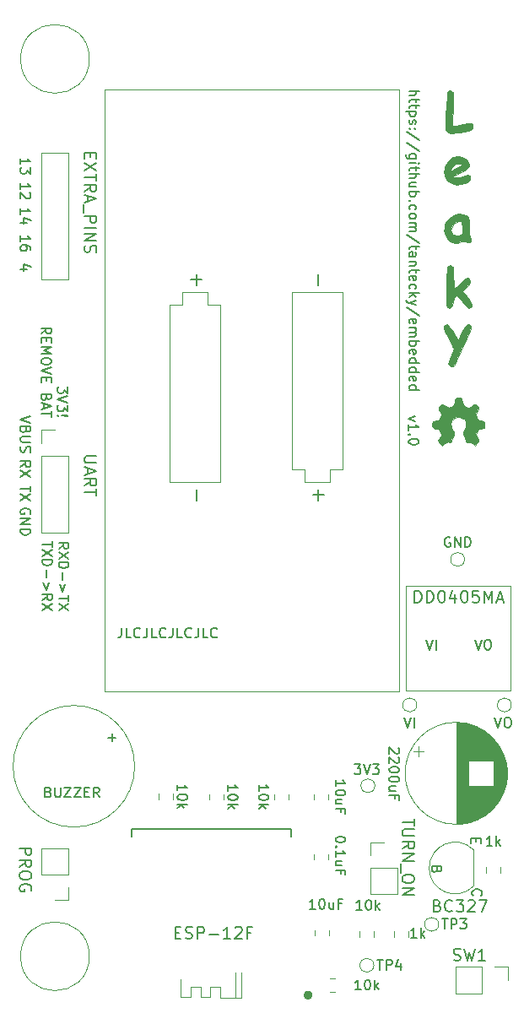
<source format=gbr>
%TF.GenerationSoftware,KiCad,Pcbnew,(5.1.8)-1*%
%TF.CreationDate,2020-11-22T08:19:10+01:00*%
%TF.ProjectId,leaky,6c65616b-792e-46b6-9963-61645f706362,rev?*%
%TF.SameCoordinates,Original*%
%TF.FileFunction,Legend,Top*%
%TF.FilePolarity,Positive*%
%FSLAX46Y46*%
G04 Gerber Fmt 4.6, Leading zero omitted, Abs format (unit mm)*
G04 Created by KiCad (PCBNEW (5.1.8)-1) date 2020-11-22 08:19:10*
%MOMM*%
%LPD*%
G01*
G04 APERTURE LIST*
%ADD10C,0.120000*%
%ADD11C,0.150000*%
%ADD12C,0.500000*%
%ADD13C,0.010000*%
%ADD14C,0.152400*%
%ADD15C,0.050000*%
%ADD16C,0.100000*%
%ADD17C,0.200000*%
G04 APERTURE END LIST*
D10*
X43700000Y-119200000D02*
X43700000Y-116600000D01*
X43100000Y-119200000D02*
X43700000Y-119200000D01*
X43100000Y-119200000D02*
X43100000Y-116600000D01*
X42600000Y-119200000D02*
X43100000Y-119200000D01*
X41600000Y-119200000D02*
X42600000Y-119200000D01*
X41600000Y-118100000D02*
X41600000Y-119200000D01*
X40600000Y-118100000D02*
X41600000Y-118100000D01*
X40600000Y-119100000D02*
X40600000Y-118100000D01*
X39600000Y-119100000D02*
X40600000Y-119100000D01*
X39600000Y-118100000D02*
X39600000Y-119100000D01*
X38600000Y-118100000D02*
X39600000Y-118100000D01*
X38600000Y-119100000D02*
X38600000Y-118100000D01*
X37600000Y-119100000D02*
X38600000Y-119100000D01*
X37600000Y-117300000D02*
X37600000Y-119100000D01*
D11*
X61164285Y-60871428D02*
X60497619Y-61109523D01*
X61164285Y-61347619D01*
X60497619Y-62252380D02*
X60497619Y-61680952D01*
X60497619Y-61966666D02*
X61497619Y-61966666D01*
X61354761Y-61871428D01*
X61259523Y-61776190D01*
X61211904Y-61680952D01*
X60592857Y-62680952D02*
X60545238Y-62728571D01*
X60497619Y-62680952D01*
X60545238Y-62633333D01*
X60592857Y-62680952D01*
X60497619Y-62680952D01*
X61497619Y-63347619D02*
X61497619Y-63442857D01*
X61450000Y-63538095D01*
X61402380Y-63585714D01*
X61307142Y-63633333D01*
X61116666Y-63680952D01*
X60878571Y-63680952D01*
X60688095Y-63633333D01*
X60592857Y-63585714D01*
X60545238Y-63538095D01*
X60497619Y-63442857D01*
X60497619Y-63347619D01*
X60545238Y-63252380D01*
X60592857Y-63204761D01*
X60688095Y-63157142D01*
X60878571Y-63109523D01*
X61116666Y-63109523D01*
X61307142Y-63157142D01*
X61402380Y-63204761D01*
X61450000Y-63252380D01*
X61497619Y-63347619D01*
X60547619Y-28223809D02*
X61547619Y-28223809D01*
X60547619Y-28652380D02*
X61071428Y-28652380D01*
X61166666Y-28604761D01*
X61214285Y-28509523D01*
X61214285Y-28366666D01*
X61166666Y-28271428D01*
X61119047Y-28223809D01*
X61214285Y-28985714D02*
X61214285Y-29366666D01*
X61547619Y-29128571D02*
X60690476Y-29128571D01*
X60595238Y-29176190D01*
X60547619Y-29271428D01*
X60547619Y-29366666D01*
X61214285Y-29557142D02*
X61214285Y-29938095D01*
X61547619Y-29700000D02*
X60690476Y-29700000D01*
X60595238Y-29747619D01*
X60547619Y-29842857D01*
X60547619Y-29938095D01*
X61214285Y-30271428D02*
X60214285Y-30271428D01*
X61166666Y-30271428D02*
X61214285Y-30366666D01*
X61214285Y-30557142D01*
X61166666Y-30652380D01*
X61119047Y-30700000D01*
X61023809Y-30747619D01*
X60738095Y-30747619D01*
X60642857Y-30700000D01*
X60595238Y-30652380D01*
X60547619Y-30557142D01*
X60547619Y-30366666D01*
X60595238Y-30271428D01*
X60595238Y-31128571D02*
X60547619Y-31223809D01*
X60547619Y-31414285D01*
X60595238Y-31509523D01*
X60690476Y-31557142D01*
X60738095Y-31557142D01*
X60833333Y-31509523D01*
X60880952Y-31414285D01*
X60880952Y-31271428D01*
X60928571Y-31176190D01*
X61023809Y-31128571D01*
X61071428Y-31128571D01*
X61166666Y-31176190D01*
X61214285Y-31271428D01*
X61214285Y-31414285D01*
X61166666Y-31509523D01*
X60642857Y-31985714D02*
X60595238Y-32033333D01*
X60547619Y-31985714D01*
X60595238Y-31938095D01*
X60642857Y-31985714D01*
X60547619Y-31985714D01*
X61166666Y-31985714D02*
X61119047Y-32033333D01*
X61071428Y-31985714D01*
X61119047Y-31938095D01*
X61166666Y-31985714D01*
X61071428Y-31985714D01*
X61595238Y-33176190D02*
X60309523Y-32319047D01*
X61595238Y-34223809D02*
X60309523Y-33366666D01*
X61214285Y-34985714D02*
X60404761Y-34985714D01*
X60309523Y-34938095D01*
X60261904Y-34890476D01*
X60214285Y-34795238D01*
X60214285Y-34652380D01*
X60261904Y-34557142D01*
X60595238Y-34985714D02*
X60547619Y-34890476D01*
X60547619Y-34700000D01*
X60595238Y-34604761D01*
X60642857Y-34557142D01*
X60738095Y-34509523D01*
X61023809Y-34509523D01*
X61119047Y-34557142D01*
X61166666Y-34604761D01*
X61214285Y-34700000D01*
X61214285Y-34890476D01*
X61166666Y-34985714D01*
X60547619Y-35461904D02*
X61214285Y-35461904D01*
X61547619Y-35461904D02*
X61500000Y-35414285D01*
X61452380Y-35461904D01*
X61500000Y-35509523D01*
X61547619Y-35461904D01*
X61452380Y-35461904D01*
X61214285Y-35795238D02*
X61214285Y-36176190D01*
X61547619Y-35938095D02*
X60690476Y-35938095D01*
X60595238Y-35985714D01*
X60547619Y-36080952D01*
X60547619Y-36176190D01*
X60547619Y-36509523D02*
X61547619Y-36509523D01*
X60547619Y-36938095D02*
X61071428Y-36938095D01*
X61166666Y-36890476D01*
X61214285Y-36795238D01*
X61214285Y-36652380D01*
X61166666Y-36557142D01*
X61119047Y-36509523D01*
X61214285Y-37842857D02*
X60547619Y-37842857D01*
X61214285Y-37414285D02*
X60690476Y-37414285D01*
X60595238Y-37461904D01*
X60547619Y-37557142D01*
X60547619Y-37700000D01*
X60595238Y-37795238D01*
X60642857Y-37842857D01*
X60547619Y-38319047D02*
X61547619Y-38319047D01*
X61166666Y-38319047D02*
X61214285Y-38414285D01*
X61214285Y-38604761D01*
X61166666Y-38700000D01*
X61119047Y-38747619D01*
X61023809Y-38795238D01*
X60738095Y-38795238D01*
X60642857Y-38747619D01*
X60595238Y-38700000D01*
X60547619Y-38604761D01*
X60547619Y-38414285D01*
X60595238Y-38319047D01*
X60642857Y-39223809D02*
X60595238Y-39271428D01*
X60547619Y-39223809D01*
X60595238Y-39176190D01*
X60642857Y-39223809D01*
X60547619Y-39223809D01*
X60595238Y-40128571D02*
X60547619Y-40033333D01*
X60547619Y-39842857D01*
X60595238Y-39747619D01*
X60642857Y-39700000D01*
X60738095Y-39652380D01*
X61023809Y-39652380D01*
X61119047Y-39700000D01*
X61166666Y-39747619D01*
X61214285Y-39842857D01*
X61214285Y-40033333D01*
X61166666Y-40128571D01*
X60547619Y-40700000D02*
X60595238Y-40604761D01*
X60642857Y-40557142D01*
X60738095Y-40509523D01*
X61023809Y-40509523D01*
X61119047Y-40557142D01*
X61166666Y-40604761D01*
X61214285Y-40700000D01*
X61214285Y-40842857D01*
X61166666Y-40938095D01*
X61119047Y-40985714D01*
X61023809Y-41033333D01*
X60738095Y-41033333D01*
X60642857Y-40985714D01*
X60595238Y-40938095D01*
X60547619Y-40842857D01*
X60547619Y-40700000D01*
X60547619Y-41461904D02*
X61214285Y-41461904D01*
X61119047Y-41461904D02*
X61166666Y-41509523D01*
X61214285Y-41604761D01*
X61214285Y-41747619D01*
X61166666Y-41842857D01*
X61071428Y-41890476D01*
X60547619Y-41890476D01*
X61071428Y-41890476D02*
X61166666Y-41938095D01*
X61214285Y-42033333D01*
X61214285Y-42176190D01*
X61166666Y-42271428D01*
X61071428Y-42319047D01*
X60547619Y-42319047D01*
X61595238Y-43509523D02*
X60309523Y-42652380D01*
X61214285Y-43700000D02*
X61214285Y-44080952D01*
X61547619Y-43842857D02*
X60690476Y-43842857D01*
X60595238Y-43890476D01*
X60547619Y-43985714D01*
X60547619Y-44080952D01*
X60547619Y-44842857D02*
X61071428Y-44842857D01*
X61166666Y-44795238D01*
X61214285Y-44700000D01*
X61214285Y-44509523D01*
X61166666Y-44414285D01*
X60595238Y-44842857D02*
X60547619Y-44747619D01*
X60547619Y-44509523D01*
X60595238Y-44414285D01*
X60690476Y-44366666D01*
X60785714Y-44366666D01*
X60880952Y-44414285D01*
X60928571Y-44509523D01*
X60928571Y-44747619D01*
X60976190Y-44842857D01*
X61214285Y-45319047D02*
X60547619Y-45319047D01*
X61119047Y-45319047D02*
X61166666Y-45366666D01*
X61214285Y-45461904D01*
X61214285Y-45604761D01*
X61166666Y-45700000D01*
X61071428Y-45747619D01*
X60547619Y-45747619D01*
X61214285Y-46080952D02*
X61214285Y-46461904D01*
X61547619Y-46223809D02*
X60690476Y-46223809D01*
X60595238Y-46271428D01*
X60547619Y-46366666D01*
X60547619Y-46461904D01*
X60595238Y-47176190D02*
X60547619Y-47080952D01*
X60547619Y-46890476D01*
X60595238Y-46795238D01*
X60690476Y-46747619D01*
X61071428Y-46747619D01*
X61166666Y-46795238D01*
X61214285Y-46890476D01*
X61214285Y-47080952D01*
X61166666Y-47176190D01*
X61071428Y-47223809D01*
X60976190Y-47223809D01*
X60880952Y-46747619D01*
X60595238Y-48080952D02*
X60547619Y-47985714D01*
X60547619Y-47795238D01*
X60595238Y-47700000D01*
X60642857Y-47652380D01*
X60738095Y-47604761D01*
X61023809Y-47604761D01*
X61119047Y-47652380D01*
X61166666Y-47700000D01*
X61214285Y-47795238D01*
X61214285Y-47985714D01*
X61166666Y-48080952D01*
X60547619Y-48509523D02*
X61547619Y-48509523D01*
X60928571Y-48604761D02*
X60547619Y-48890476D01*
X61214285Y-48890476D02*
X60833333Y-48509523D01*
X61214285Y-49223809D02*
X60547619Y-49461904D01*
X61214285Y-49700000D02*
X60547619Y-49461904D01*
X60309523Y-49366666D01*
X60261904Y-49319047D01*
X60214285Y-49223809D01*
X61595238Y-50795238D02*
X60309523Y-49938095D01*
X60595238Y-51509523D02*
X60547619Y-51414285D01*
X60547619Y-51223809D01*
X60595238Y-51128571D01*
X60690476Y-51080952D01*
X61071428Y-51080952D01*
X61166666Y-51128571D01*
X61214285Y-51223809D01*
X61214285Y-51414285D01*
X61166666Y-51509523D01*
X61071428Y-51557142D01*
X60976190Y-51557142D01*
X60880952Y-51080952D01*
X60547619Y-51985714D02*
X61214285Y-51985714D01*
X61119047Y-51985714D02*
X61166666Y-52033333D01*
X61214285Y-52128571D01*
X61214285Y-52271428D01*
X61166666Y-52366666D01*
X61071428Y-52414285D01*
X60547619Y-52414285D01*
X61071428Y-52414285D02*
X61166666Y-52461904D01*
X61214285Y-52557142D01*
X61214285Y-52700000D01*
X61166666Y-52795238D01*
X61071428Y-52842857D01*
X60547619Y-52842857D01*
X60547619Y-53319047D02*
X61547619Y-53319047D01*
X61166666Y-53319047D02*
X61214285Y-53414285D01*
X61214285Y-53604761D01*
X61166666Y-53700000D01*
X61119047Y-53747619D01*
X61023809Y-53795238D01*
X60738095Y-53795238D01*
X60642857Y-53747619D01*
X60595238Y-53700000D01*
X60547619Y-53604761D01*
X60547619Y-53414285D01*
X60595238Y-53319047D01*
X60595238Y-54604761D02*
X60547619Y-54509523D01*
X60547619Y-54319047D01*
X60595238Y-54223809D01*
X60690476Y-54176190D01*
X61071428Y-54176190D01*
X61166666Y-54223809D01*
X61214285Y-54319047D01*
X61214285Y-54509523D01*
X61166666Y-54604761D01*
X61071428Y-54652380D01*
X60976190Y-54652380D01*
X60880952Y-54176190D01*
X60547619Y-55509523D02*
X61547619Y-55509523D01*
X60595238Y-55509523D02*
X60547619Y-55414285D01*
X60547619Y-55223809D01*
X60595238Y-55128571D01*
X60642857Y-55080952D01*
X60738095Y-55033333D01*
X61023809Y-55033333D01*
X61119047Y-55080952D01*
X61166666Y-55128571D01*
X61214285Y-55223809D01*
X61214285Y-55414285D01*
X61166666Y-55509523D01*
X60547619Y-56414285D02*
X61547619Y-56414285D01*
X60595238Y-56414285D02*
X60547619Y-56319047D01*
X60547619Y-56128571D01*
X60595238Y-56033333D01*
X60642857Y-55985714D01*
X60738095Y-55938095D01*
X61023809Y-55938095D01*
X61119047Y-55985714D01*
X61166666Y-56033333D01*
X61214285Y-56128571D01*
X61214285Y-56319047D01*
X61166666Y-56414285D01*
X60595238Y-57271428D02*
X60547619Y-57176190D01*
X60547619Y-56985714D01*
X60595238Y-56890476D01*
X60690476Y-56842857D01*
X61071428Y-56842857D01*
X61166666Y-56890476D01*
X61214285Y-56985714D01*
X61214285Y-57176190D01*
X61166666Y-57271428D01*
X61071428Y-57319047D01*
X60976190Y-57319047D01*
X60880952Y-56842857D01*
X60547619Y-58176190D02*
X61547619Y-58176190D01*
X60595238Y-58176190D02*
X60547619Y-58080952D01*
X60547619Y-57890476D01*
X60595238Y-57795238D01*
X60642857Y-57747619D01*
X60738095Y-57700000D01*
X61023809Y-57700000D01*
X61119047Y-57747619D01*
X61166666Y-57795238D01*
X61214285Y-57890476D01*
X61214285Y-58080952D01*
X61166666Y-58176190D01*
X31680952Y-82052380D02*
X31680952Y-82766666D01*
X31633333Y-82909523D01*
X31538095Y-83004761D01*
X31395238Y-83052380D01*
X31300000Y-83052380D01*
X32633333Y-83052380D02*
X32157142Y-83052380D01*
X32157142Y-82052380D01*
X33538095Y-82957142D02*
X33490476Y-83004761D01*
X33347619Y-83052380D01*
X33252380Y-83052380D01*
X33109523Y-83004761D01*
X33014285Y-82909523D01*
X32966666Y-82814285D01*
X32919047Y-82623809D01*
X32919047Y-82480952D01*
X32966666Y-82290476D01*
X33014285Y-82195238D01*
X33109523Y-82100000D01*
X33252380Y-82052380D01*
X33347619Y-82052380D01*
X33490476Y-82100000D01*
X33538095Y-82147619D01*
X34252380Y-82052380D02*
X34252380Y-82766666D01*
X34204761Y-82909523D01*
X34109523Y-83004761D01*
X33966666Y-83052380D01*
X33871428Y-83052380D01*
X35204761Y-83052380D02*
X34728571Y-83052380D01*
X34728571Y-82052380D01*
X36109523Y-82957142D02*
X36061904Y-83004761D01*
X35919047Y-83052380D01*
X35823809Y-83052380D01*
X35680952Y-83004761D01*
X35585714Y-82909523D01*
X35538095Y-82814285D01*
X35490476Y-82623809D01*
X35490476Y-82480952D01*
X35538095Y-82290476D01*
X35585714Y-82195238D01*
X35680952Y-82100000D01*
X35823809Y-82052380D01*
X35919047Y-82052380D01*
X36061904Y-82100000D01*
X36109523Y-82147619D01*
X36823809Y-82052380D02*
X36823809Y-82766666D01*
X36776190Y-82909523D01*
X36680952Y-83004761D01*
X36538095Y-83052380D01*
X36442857Y-83052380D01*
X37776190Y-83052380D02*
X37300000Y-83052380D01*
X37300000Y-82052380D01*
X38680952Y-82957142D02*
X38633333Y-83004761D01*
X38490476Y-83052380D01*
X38395238Y-83052380D01*
X38252380Y-83004761D01*
X38157142Y-82909523D01*
X38109523Y-82814285D01*
X38061904Y-82623809D01*
X38061904Y-82480952D01*
X38109523Y-82290476D01*
X38157142Y-82195238D01*
X38252380Y-82100000D01*
X38395238Y-82052380D01*
X38490476Y-82052380D01*
X38633333Y-82100000D01*
X38680952Y-82147619D01*
X39395238Y-82052380D02*
X39395238Y-82766666D01*
X39347619Y-82909523D01*
X39252380Y-83004761D01*
X39109523Y-83052380D01*
X39014285Y-83052380D01*
X40347619Y-83052380D02*
X39871428Y-83052380D01*
X39871428Y-82052380D01*
X41252380Y-82957142D02*
X41204761Y-83004761D01*
X41061904Y-83052380D01*
X40966666Y-83052380D01*
X40823809Y-83004761D01*
X40728571Y-82909523D01*
X40680952Y-82814285D01*
X40633333Y-82623809D01*
X40633333Y-82480952D01*
X40680952Y-82290476D01*
X40728571Y-82195238D01*
X40823809Y-82100000D01*
X40966666Y-82052380D01*
X41061904Y-82052380D01*
X41204761Y-82100000D01*
X41252380Y-82147619D01*
X25372619Y-74107023D02*
X25848809Y-73773690D01*
X25372619Y-73535595D02*
X26372619Y-73535595D01*
X26372619Y-73916547D01*
X26325000Y-74011785D01*
X26277380Y-74059404D01*
X26182142Y-74107023D01*
X26039285Y-74107023D01*
X25944047Y-74059404D01*
X25896428Y-74011785D01*
X25848809Y-73916547D01*
X25848809Y-73535595D01*
X26372619Y-74440357D02*
X25372619Y-75107023D01*
X26372619Y-75107023D02*
X25372619Y-74440357D01*
X25372619Y-75487976D02*
X26372619Y-75487976D01*
X26372619Y-75726071D01*
X26325000Y-75868928D01*
X26229761Y-75964166D01*
X26134523Y-76011785D01*
X25944047Y-76059404D01*
X25801190Y-76059404D01*
X25610714Y-76011785D01*
X25515476Y-75964166D01*
X25420238Y-75868928D01*
X25372619Y-75726071D01*
X25372619Y-75487976D01*
X25753571Y-76487976D02*
X25753571Y-77249880D01*
X26039285Y-77726071D02*
X25753571Y-78487976D01*
X25467857Y-77726071D01*
X26372619Y-78821309D02*
X26372619Y-79392738D01*
X25372619Y-79107023D02*
X26372619Y-79107023D01*
X26372619Y-79630833D02*
X25372619Y-80297500D01*
X26372619Y-80297500D02*
X25372619Y-79630833D01*
X24722619Y-73392738D02*
X24722619Y-73964166D01*
X23722619Y-73678452D02*
X24722619Y-73678452D01*
X24722619Y-74202261D02*
X23722619Y-74868928D01*
X24722619Y-74868928D02*
X23722619Y-74202261D01*
X23722619Y-75249880D02*
X24722619Y-75249880D01*
X24722619Y-75487976D01*
X24675000Y-75630833D01*
X24579761Y-75726071D01*
X24484523Y-75773690D01*
X24294047Y-75821309D01*
X24151190Y-75821309D01*
X23960714Y-75773690D01*
X23865476Y-75726071D01*
X23770238Y-75630833D01*
X23722619Y-75487976D01*
X23722619Y-75249880D01*
X24103571Y-76249880D02*
X24103571Y-77011785D01*
X24389285Y-77487976D02*
X24103571Y-78249880D01*
X23817857Y-77487976D01*
X23722619Y-79297500D02*
X24198809Y-78964166D01*
X23722619Y-78726071D02*
X24722619Y-78726071D01*
X24722619Y-79107023D01*
X24675000Y-79202261D01*
X24627380Y-79249880D01*
X24532142Y-79297500D01*
X24389285Y-79297500D01*
X24294047Y-79249880D01*
X24246428Y-79202261D01*
X24198809Y-79107023D01*
X24198809Y-78726071D01*
X24722619Y-79630833D02*
X23722619Y-80297500D01*
X24722619Y-80297500D02*
X23722619Y-79630833D01*
X69142857Y-91052380D02*
X69476190Y-92052380D01*
X69809523Y-91052380D01*
X70333333Y-91052380D02*
X70523809Y-91052380D01*
X70619047Y-91100000D01*
X70714285Y-91195238D01*
X70761904Y-91385714D01*
X70761904Y-91719047D01*
X70714285Y-91909523D01*
X70619047Y-92004761D01*
X70523809Y-92052380D01*
X70333333Y-92052380D01*
X70238095Y-92004761D01*
X70142857Y-91909523D01*
X70095238Y-91719047D01*
X70095238Y-91385714D01*
X70142857Y-91195238D01*
X70238095Y-91100000D01*
X70333333Y-91052380D01*
X55061904Y-95752380D02*
X55680952Y-95752380D01*
X55347619Y-96133333D01*
X55490476Y-96133333D01*
X55585714Y-96180952D01*
X55633333Y-96228571D01*
X55680952Y-96323809D01*
X55680952Y-96561904D01*
X55633333Y-96657142D01*
X55585714Y-96704761D01*
X55490476Y-96752380D01*
X55204761Y-96752380D01*
X55109523Y-96704761D01*
X55061904Y-96657142D01*
X55966666Y-95752380D02*
X56300000Y-96752380D01*
X56633333Y-95752380D01*
X56871428Y-95752380D02*
X57490476Y-95752380D01*
X57157142Y-96133333D01*
X57300000Y-96133333D01*
X57395238Y-96180952D01*
X57442857Y-96228571D01*
X57490476Y-96323809D01*
X57490476Y-96561904D01*
X57442857Y-96657142D01*
X57395238Y-96704761D01*
X57300000Y-96752380D01*
X57014285Y-96752380D01*
X56919047Y-96704761D01*
X56871428Y-96657142D01*
X60028571Y-91052380D02*
X60361904Y-92052380D01*
X60695238Y-91052380D01*
X61028571Y-92052380D02*
X61028571Y-91052380D01*
X64638095Y-73000000D02*
X64542857Y-72952380D01*
X64400000Y-72952380D01*
X64257142Y-73000000D01*
X64161904Y-73095238D01*
X64114285Y-73190476D01*
X64066666Y-73380952D01*
X64066666Y-73523809D01*
X64114285Y-73714285D01*
X64161904Y-73809523D01*
X64257142Y-73904761D01*
X64400000Y-73952380D01*
X64495238Y-73952380D01*
X64638095Y-73904761D01*
X64685714Y-73857142D01*
X64685714Y-73523809D01*
X64495238Y-73523809D01*
X65114285Y-73952380D02*
X65114285Y-72952380D01*
X65685714Y-73952380D01*
X65685714Y-72952380D01*
X66161904Y-73952380D02*
X66161904Y-72952380D01*
X66400000Y-72952380D01*
X66542857Y-73000000D01*
X66638095Y-73095238D01*
X66685714Y-73190476D01*
X66733333Y-73380952D01*
X66733333Y-73523809D01*
X66685714Y-73714285D01*
X66638095Y-73809523D01*
X66542857Y-73904761D01*
X66400000Y-73952380D01*
X66161904Y-73952380D01*
X22214285Y-46090476D02*
X21547619Y-46090476D01*
X22595238Y-45852380D02*
X21880952Y-45614285D01*
X21880952Y-46233333D01*
X21547619Y-43309523D02*
X21547619Y-42738095D01*
X21547619Y-43023809D02*
X22547619Y-43023809D01*
X22404761Y-42928571D01*
X22309523Y-42833333D01*
X22261904Y-42738095D01*
X22547619Y-44166666D02*
X22547619Y-43976190D01*
X22500000Y-43880952D01*
X22452380Y-43833333D01*
X22309523Y-43738095D01*
X22119047Y-43690476D01*
X21738095Y-43690476D01*
X21642857Y-43738095D01*
X21595238Y-43785714D01*
X21547619Y-43880952D01*
X21547619Y-44071428D01*
X21595238Y-44166666D01*
X21642857Y-44214285D01*
X21738095Y-44261904D01*
X21976190Y-44261904D01*
X22071428Y-44214285D01*
X22119047Y-44166666D01*
X22166666Y-44071428D01*
X22166666Y-43880952D01*
X22119047Y-43785714D01*
X22071428Y-43738095D01*
X21976190Y-43690476D01*
X21547619Y-40559523D02*
X21547619Y-39988095D01*
X21547619Y-40273809D02*
X22547619Y-40273809D01*
X22404761Y-40178571D01*
X22309523Y-40083333D01*
X22261904Y-39988095D01*
X22214285Y-41416666D02*
X21547619Y-41416666D01*
X22595238Y-41178571D02*
X21880952Y-40940476D01*
X21880952Y-41559523D01*
X21547619Y-38059523D02*
X21547619Y-37488095D01*
X21547619Y-37773809D02*
X22547619Y-37773809D01*
X22404761Y-37678571D01*
X22309523Y-37583333D01*
X22261904Y-37488095D01*
X22452380Y-38440476D02*
X22500000Y-38488095D01*
X22547619Y-38583333D01*
X22547619Y-38821428D01*
X22500000Y-38916666D01*
X22452380Y-38964285D01*
X22357142Y-39011904D01*
X22261904Y-39011904D01*
X22119047Y-38964285D01*
X21547619Y-38392857D01*
X21547619Y-39011904D01*
X21547619Y-35559523D02*
X21547619Y-34988095D01*
X21547619Y-35273809D02*
X22547619Y-35273809D01*
X22404761Y-35178571D01*
X22309523Y-35083333D01*
X22261904Y-34988095D01*
X22547619Y-35892857D02*
X22547619Y-36511904D01*
X22166666Y-36178571D01*
X22166666Y-36321428D01*
X22119047Y-36416666D01*
X22071428Y-36464285D01*
X21976190Y-36511904D01*
X21738095Y-36511904D01*
X21642857Y-36464285D01*
X21595238Y-36416666D01*
X21547619Y-36321428D01*
X21547619Y-36035714D01*
X21595238Y-35940476D01*
X21642857Y-35892857D01*
X22547619Y-67838095D02*
X22547619Y-68409523D01*
X21547619Y-68123809D02*
X22547619Y-68123809D01*
X22547619Y-68647619D02*
X21547619Y-69314285D01*
X22547619Y-69314285D02*
X21547619Y-68647619D01*
X21547619Y-65933333D02*
X22023809Y-65600000D01*
X21547619Y-65361904D02*
X22547619Y-65361904D01*
X22547619Y-65742857D01*
X22500000Y-65838095D01*
X22452380Y-65885714D01*
X22357142Y-65933333D01*
X22214285Y-65933333D01*
X22119047Y-65885714D01*
X22071428Y-65838095D01*
X22023809Y-65742857D01*
X22023809Y-65361904D01*
X22547619Y-66266666D02*
X21547619Y-66933333D01*
X22547619Y-66933333D02*
X21547619Y-66266666D01*
X22500000Y-70638095D02*
X22547619Y-70542857D01*
X22547619Y-70400000D01*
X22500000Y-70257142D01*
X22404761Y-70161904D01*
X22309523Y-70114285D01*
X22119047Y-70066666D01*
X21976190Y-70066666D01*
X21785714Y-70114285D01*
X21690476Y-70161904D01*
X21595238Y-70257142D01*
X21547619Y-70400000D01*
X21547619Y-70495238D01*
X21595238Y-70638095D01*
X21642857Y-70685714D01*
X21976190Y-70685714D01*
X21976190Y-70495238D01*
X21547619Y-71114285D02*
X22547619Y-71114285D01*
X21547619Y-71685714D01*
X22547619Y-71685714D01*
X21547619Y-72161904D02*
X22547619Y-72161904D01*
X22547619Y-72400000D01*
X22500000Y-72542857D01*
X22404761Y-72638095D01*
X22309523Y-72685714D01*
X22119047Y-72733333D01*
X21976190Y-72733333D01*
X21785714Y-72685714D01*
X21690476Y-72638095D01*
X21595238Y-72542857D01*
X21547619Y-72400000D01*
X21547619Y-72161904D01*
X22547619Y-60866666D02*
X21547619Y-61200000D01*
X22547619Y-61533333D01*
X22071428Y-62200000D02*
X22023809Y-62342857D01*
X21976190Y-62390476D01*
X21880952Y-62438095D01*
X21738095Y-62438095D01*
X21642857Y-62390476D01*
X21595238Y-62342857D01*
X21547619Y-62247619D01*
X21547619Y-61866666D01*
X22547619Y-61866666D01*
X22547619Y-62200000D01*
X22500000Y-62295238D01*
X22452380Y-62342857D01*
X22357142Y-62390476D01*
X22261904Y-62390476D01*
X22166666Y-62342857D01*
X22119047Y-62295238D01*
X22071428Y-62200000D01*
X22071428Y-61866666D01*
X22547619Y-62866666D02*
X21738095Y-62866666D01*
X21642857Y-62914285D01*
X21595238Y-62961904D01*
X21547619Y-63057142D01*
X21547619Y-63247619D01*
X21595238Y-63342857D01*
X21642857Y-63390476D01*
X21738095Y-63438095D01*
X22547619Y-63438095D01*
X21595238Y-63866666D02*
X21547619Y-64009523D01*
X21547619Y-64247619D01*
X21595238Y-64342857D01*
X21642857Y-64390476D01*
X21738095Y-64438095D01*
X21833333Y-64438095D01*
X21928571Y-64390476D01*
X21976190Y-64342857D01*
X22023809Y-64247619D01*
X22071428Y-64057142D01*
X22119047Y-63961904D01*
X22166666Y-63914285D01*
X22261904Y-63866666D01*
X22357142Y-63866666D01*
X22452380Y-63914285D01*
X22500000Y-63961904D01*
X22547619Y-64057142D01*
X22547619Y-64295238D01*
X22500000Y-64438095D01*
X67142857Y-83252380D02*
X67476190Y-84252380D01*
X67809523Y-83252380D01*
X68333333Y-83252380D02*
X68523809Y-83252380D01*
X68619047Y-83300000D01*
X68714285Y-83395238D01*
X68761904Y-83585714D01*
X68761904Y-83919047D01*
X68714285Y-84109523D01*
X68619047Y-84204761D01*
X68523809Y-84252380D01*
X68333333Y-84252380D01*
X68238095Y-84204761D01*
X68142857Y-84109523D01*
X68095238Y-83919047D01*
X68095238Y-83585714D01*
X68142857Y-83395238D01*
X68238095Y-83300000D01*
X68333333Y-83252380D01*
X62228571Y-83252380D02*
X62561904Y-84252380D01*
X62895238Y-83252380D01*
X63228571Y-84252380D02*
X63228571Y-83252380D01*
D12*
X50600000Y-118900000D02*
G75*
G03*
X50600000Y-118900000I-200000J0D01*
G01*
D11*
X24342857Y-98528571D02*
X24485714Y-98576190D01*
X24533333Y-98623809D01*
X24580952Y-98719047D01*
X24580952Y-98861904D01*
X24533333Y-98957142D01*
X24485714Y-99004761D01*
X24390476Y-99052380D01*
X24009523Y-99052380D01*
X24009523Y-98052380D01*
X24342857Y-98052380D01*
X24438095Y-98100000D01*
X24485714Y-98147619D01*
X24533333Y-98242857D01*
X24533333Y-98338095D01*
X24485714Y-98433333D01*
X24438095Y-98480952D01*
X24342857Y-98528571D01*
X24009523Y-98528571D01*
X25009523Y-98052380D02*
X25009523Y-98861904D01*
X25057142Y-98957142D01*
X25104761Y-99004761D01*
X25200000Y-99052380D01*
X25390476Y-99052380D01*
X25485714Y-99004761D01*
X25533333Y-98957142D01*
X25580952Y-98861904D01*
X25580952Y-98052380D01*
X25961904Y-98052380D02*
X26628571Y-98052380D01*
X25961904Y-99052380D01*
X26628571Y-99052380D01*
X26914285Y-98052380D02*
X27580952Y-98052380D01*
X26914285Y-99052380D01*
X27580952Y-99052380D01*
X27961904Y-98528571D02*
X28295238Y-98528571D01*
X28438095Y-99052380D02*
X27961904Y-99052380D01*
X27961904Y-98052380D01*
X28438095Y-98052380D01*
X29438095Y-99052380D02*
X29104761Y-98576190D01*
X28866666Y-99052380D02*
X28866666Y-98052380D01*
X29247619Y-98052380D01*
X29342857Y-98100000D01*
X29390476Y-98147619D01*
X29438095Y-98242857D01*
X29438095Y-98385714D01*
X29390476Y-98480952D01*
X29342857Y-98528571D01*
X29247619Y-98576190D01*
X28866666Y-98576190D01*
X28585714Y-34457142D02*
X28585714Y-34857142D01*
X27957142Y-35028571D02*
X27957142Y-34457142D01*
X29157142Y-34457142D01*
X29157142Y-35028571D01*
X29157142Y-35428571D02*
X27957142Y-36228571D01*
X29157142Y-36228571D02*
X27957142Y-35428571D01*
X29157142Y-36514285D02*
X29157142Y-37200000D01*
X27957142Y-36857142D02*
X29157142Y-36857142D01*
X27957142Y-38285714D02*
X28528571Y-37885714D01*
X27957142Y-37600000D02*
X29157142Y-37600000D01*
X29157142Y-38057142D01*
X29100000Y-38171428D01*
X29042857Y-38228571D01*
X28928571Y-38285714D01*
X28757142Y-38285714D01*
X28642857Y-38228571D01*
X28585714Y-38171428D01*
X28528571Y-38057142D01*
X28528571Y-37600000D01*
X28300000Y-38742857D02*
X28300000Y-39314285D01*
X27957142Y-38628571D02*
X29157142Y-39028571D01*
X27957142Y-39428571D01*
X27842857Y-39542857D02*
X27842857Y-40457142D01*
X27957142Y-40742857D02*
X29157142Y-40742857D01*
X29157142Y-41200000D01*
X29100000Y-41314285D01*
X29042857Y-41371428D01*
X28928571Y-41428571D01*
X28757142Y-41428571D01*
X28642857Y-41371428D01*
X28585714Y-41314285D01*
X28528571Y-41200000D01*
X28528571Y-40742857D01*
X27957142Y-41942857D02*
X29157142Y-41942857D01*
X27957142Y-42514285D02*
X29157142Y-42514285D01*
X27957142Y-43200000D01*
X29157142Y-43200000D01*
X28014285Y-43714285D02*
X27957142Y-43885714D01*
X27957142Y-44171428D01*
X28014285Y-44285714D01*
X28071428Y-44342857D01*
X28185714Y-44400000D01*
X28300000Y-44400000D01*
X28414285Y-44342857D01*
X28471428Y-44285714D01*
X28528571Y-44171428D01*
X28585714Y-43942857D01*
X28642857Y-43828571D01*
X28700000Y-43771428D01*
X28814285Y-43714285D01*
X28928571Y-43714285D01*
X29042857Y-43771428D01*
X29100000Y-43828571D01*
X29157142Y-43942857D01*
X29157142Y-44228571D01*
X29100000Y-44400000D01*
X26272619Y-57907261D02*
X26272619Y-58526309D01*
X25891666Y-58192976D01*
X25891666Y-58335833D01*
X25844047Y-58431071D01*
X25796428Y-58478690D01*
X25701190Y-58526309D01*
X25463095Y-58526309D01*
X25367857Y-58478690D01*
X25320238Y-58431071D01*
X25272619Y-58335833D01*
X25272619Y-58050119D01*
X25320238Y-57954880D01*
X25367857Y-57907261D01*
X26272619Y-58812023D02*
X25272619Y-59145357D01*
X26272619Y-59478690D01*
X26272619Y-59716785D02*
X26272619Y-60335833D01*
X25891666Y-60002500D01*
X25891666Y-60145357D01*
X25844047Y-60240595D01*
X25796428Y-60288214D01*
X25701190Y-60335833D01*
X25463095Y-60335833D01*
X25367857Y-60288214D01*
X25320238Y-60240595D01*
X25272619Y-60145357D01*
X25272619Y-59859642D01*
X25320238Y-59764404D01*
X25367857Y-59716785D01*
X25367857Y-60764404D02*
X25320238Y-60812023D01*
X25272619Y-60764404D01*
X25320238Y-60716785D01*
X25367857Y-60764404D01*
X25272619Y-60764404D01*
X25653571Y-60764404D02*
X26225000Y-60716785D01*
X26272619Y-60764404D01*
X26225000Y-60812023D01*
X25653571Y-60764404D01*
X26272619Y-60764404D01*
X23622619Y-52573928D02*
X24098809Y-52240595D01*
X23622619Y-52002500D02*
X24622619Y-52002500D01*
X24622619Y-52383452D01*
X24575000Y-52478690D01*
X24527380Y-52526309D01*
X24432142Y-52573928D01*
X24289285Y-52573928D01*
X24194047Y-52526309D01*
X24146428Y-52478690D01*
X24098809Y-52383452D01*
X24098809Y-52002500D01*
X24146428Y-53002500D02*
X24146428Y-53335833D01*
X23622619Y-53478690D02*
X23622619Y-53002500D01*
X24622619Y-53002500D01*
X24622619Y-53478690D01*
X23622619Y-53907261D02*
X24622619Y-53907261D01*
X23908333Y-54240595D01*
X24622619Y-54573928D01*
X23622619Y-54573928D01*
X24622619Y-55240595D02*
X24622619Y-55431071D01*
X24575000Y-55526309D01*
X24479761Y-55621547D01*
X24289285Y-55669166D01*
X23955952Y-55669166D01*
X23765476Y-55621547D01*
X23670238Y-55526309D01*
X23622619Y-55431071D01*
X23622619Y-55240595D01*
X23670238Y-55145357D01*
X23765476Y-55050119D01*
X23955952Y-55002500D01*
X24289285Y-55002500D01*
X24479761Y-55050119D01*
X24575000Y-55145357D01*
X24622619Y-55240595D01*
X24622619Y-55954880D02*
X23622619Y-56288214D01*
X24622619Y-56621547D01*
X24146428Y-56954880D02*
X24146428Y-57288214D01*
X23622619Y-57431071D02*
X23622619Y-56954880D01*
X24622619Y-56954880D01*
X24622619Y-57431071D01*
X24146428Y-58954880D02*
X24098809Y-59097738D01*
X24051190Y-59145357D01*
X23955952Y-59192976D01*
X23813095Y-59192976D01*
X23717857Y-59145357D01*
X23670238Y-59097738D01*
X23622619Y-59002500D01*
X23622619Y-58621547D01*
X24622619Y-58621547D01*
X24622619Y-58954880D01*
X24575000Y-59050119D01*
X24527380Y-59097738D01*
X24432142Y-59145357D01*
X24336904Y-59145357D01*
X24241666Y-59097738D01*
X24194047Y-59050119D01*
X24146428Y-58954880D01*
X24146428Y-58621547D01*
X23908333Y-59573928D02*
X23908333Y-60050119D01*
X23622619Y-59478690D02*
X24622619Y-59812023D01*
X23622619Y-60145357D01*
X24622619Y-60335833D02*
X24622619Y-60907261D01*
X23622619Y-60621547D02*
X24622619Y-60621547D01*
D13*
%TO.C,G\u002A\u002A\u002A*%
G36*
X65464611Y-58983733D02*
G01*
X65476617Y-58984722D01*
X65676039Y-59014108D01*
X65781072Y-59091643D01*
X65841125Y-59267177D01*
X65863418Y-59374969D01*
X65938580Y-59631113D01*
X66067504Y-59786855D01*
X66221576Y-59875628D01*
X66404431Y-59952808D01*
X66540209Y-59958491D01*
X66699959Y-59883044D01*
X66841889Y-59791506D01*
X67048698Y-59662628D01*
X67169047Y-59623731D01*
X67254107Y-59666151D01*
X67298568Y-59714180D01*
X67453263Y-59926154D01*
X67485464Y-60098292D01*
X67402646Y-60299309D01*
X67368410Y-60356374D01*
X67259349Y-60557726D01*
X67241587Y-60712997D01*
X67306976Y-60913160D01*
X67316498Y-60936095D01*
X67428396Y-61138823D01*
X67585020Y-61241786D01*
X67782372Y-61286599D01*
X68000150Y-61331643D01*
X68097968Y-61409010D01*
X68123770Y-61572966D01*
X68124667Y-61674018D01*
X68114202Y-61885193D01*
X68051581Y-61993347D01*
X67889960Y-62051927D01*
X67771960Y-62076452D01*
X67532938Y-62144379D01*
X67399182Y-62258547D01*
X67316588Y-62441268D01*
X67259670Y-62665625D01*
X67291211Y-62845291D01*
X67379337Y-63010643D01*
X67482407Y-63196383D01*
X67495044Y-63320781D01*
X67414317Y-63467466D01*
X67360669Y-63543472D01*
X67176587Y-63801991D01*
X66876840Y-63573363D01*
X66658041Y-63431073D01*
X66508458Y-63402819D01*
X66442286Y-63429770D01*
X66336821Y-63457813D01*
X66254522Y-63360947D01*
X66209106Y-63252569D01*
X66102401Y-62975726D01*
X65999562Y-62718055D01*
X65935524Y-62519305D01*
X65964929Y-62382051D01*
X66080255Y-62241544D01*
X66226833Y-61975943D01*
X66263336Y-61653377D01*
X66194527Y-61336307D01*
X66025166Y-61087197D01*
X65990075Y-61058575D01*
X65661329Y-60911269D01*
X65310169Y-60917576D01*
X65009925Y-61058575D01*
X64825344Y-61291492D01*
X64740573Y-61602089D01*
X64760374Y-61927904D01*
X64889508Y-62206475D01*
X64919745Y-62241544D01*
X65043939Y-62398028D01*
X65061471Y-62537947D01*
X65000438Y-62718055D01*
X64888462Y-62999033D01*
X64790894Y-63252569D01*
X64706455Y-63424926D01*
X64617485Y-63458213D01*
X64557714Y-63429770D01*
X64428004Y-63402640D01*
X64251470Y-63482148D01*
X64123160Y-63573363D01*
X63823413Y-63801991D01*
X63639331Y-63543472D01*
X63455249Y-63284952D01*
X63623017Y-63010643D01*
X63727200Y-62813880D01*
X63741764Y-62656627D01*
X63673658Y-62446246D01*
X63666664Y-62428845D01*
X63555003Y-62217230D01*
X63401195Y-62112059D01*
X63208938Y-62068011D01*
X62994761Y-62022854D01*
X62899974Y-61942282D01*
X62875991Y-61769493D01*
X62875333Y-61678000D01*
X62885627Y-61462196D01*
X62948467Y-61355940D01*
X63111786Y-61304421D01*
X63217627Y-61286599D01*
X63457373Y-61224765D01*
X63597955Y-61104123D01*
X63683502Y-60936095D01*
X63755859Y-60727574D01*
X63745787Y-60572000D01*
X63645138Y-60378397D01*
X63631590Y-60356374D01*
X63523574Y-60139139D01*
X63528873Y-59966462D01*
X63654960Y-59769628D01*
X63701432Y-59714180D01*
X63788316Y-59634530D01*
X63885105Y-59632628D01*
X64043553Y-59716967D01*
X64153310Y-59788328D01*
X64369350Y-59918423D01*
X64522401Y-59958427D01*
X64683693Y-59921492D01*
X64744212Y-59897427D01*
X65001630Y-59705923D01*
X65139015Y-59399724D01*
X65161333Y-59169710D01*
X65178735Y-59032335D01*
X65263532Y-58979904D01*
X65464611Y-58983733D01*
G37*
X65464611Y-58983733D02*
X65476617Y-58984722D01*
X65676039Y-59014108D01*
X65781072Y-59091643D01*
X65841125Y-59267177D01*
X65863418Y-59374969D01*
X65938580Y-59631113D01*
X66067504Y-59786855D01*
X66221576Y-59875628D01*
X66404431Y-59952808D01*
X66540209Y-59958491D01*
X66699959Y-59883044D01*
X66841889Y-59791506D01*
X67048698Y-59662628D01*
X67169047Y-59623731D01*
X67254107Y-59666151D01*
X67298568Y-59714180D01*
X67453263Y-59926154D01*
X67485464Y-60098292D01*
X67402646Y-60299309D01*
X67368410Y-60356374D01*
X67259349Y-60557726D01*
X67241587Y-60712997D01*
X67306976Y-60913160D01*
X67316498Y-60936095D01*
X67428396Y-61138823D01*
X67585020Y-61241786D01*
X67782372Y-61286599D01*
X68000150Y-61331643D01*
X68097968Y-61409010D01*
X68123770Y-61572966D01*
X68124667Y-61674018D01*
X68114202Y-61885193D01*
X68051581Y-61993347D01*
X67889960Y-62051927D01*
X67771960Y-62076452D01*
X67532938Y-62144379D01*
X67399182Y-62258547D01*
X67316588Y-62441268D01*
X67259670Y-62665625D01*
X67291211Y-62845291D01*
X67379337Y-63010643D01*
X67482407Y-63196383D01*
X67495044Y-63320781D01*
X67414317Y-63467466D01*
X67360669Y-63543472D01*
X67176587Y-63801991D01*
X66876840Y-63573363D01*
X66658041Y-63431073D01*
X66508458Y-63402819D01*
X66442286Y-63429770D01*
X66336821Y-63457813D01*
X66254522Y-63360947D01*
X66209106Y-63252569D01*
X66102401Y-62975726D01*
X65999562Y-62718055D01*
X65935524Y-62519305D01*
X65964929Y-62382051D01*
X66080255Y-62241544D01*
X66226833Y-61975943D01*
X66263336Y-61653377D01*
X66194527Y-61336307D01*
X66025166Y-61087197D01*
X65990075Y-61058575D01*
X65661329Y-60911269D01*
X65310169Y-60917576D01*
X65009925Y-61058575D01*
X64825344Y-61291492D01*
X64740573Y-61602089D01*
X64760374Y-61927904D01*
X64889508Y-62206475D01*
X64919745Y-62241544D01*
X65043939Y-62398028D01*
X65061471Y-62537947D01*
X65000438Y-62718055D01*
X64888462Y-62999033D01*
X64790894Y-63252569D01*
X64706455Y-63424926D01*
X64617485Y-63458213D01*
X64557714Y-63429770D01*
X64428004Y-63402640D01*
X64251470Y-63482148D01*
X64123160Y-63573363D01*
X63823413Y-63801991D01*
X63639331Y-63543472D01*
X63455249Y-63284952D01*
X63623017Y-63010643D01*
X63727200Y-62813880D01*
X63741764Y-62656627D01*
X63673658Y-62446246D01*
X63666664Y-62428845D01*
X63555003Y-62217230D01*
X63401195Y-62112059D01*
X63208938Y-62068011D01*
X62994761Y-62022854D01*
X62899974Y-61942282D01*
X62875991Y-61769493D01*
X62875333Y-61678000D01*
X62885627Y-61462196D01*
X62948467Y-61355940D01*
X63111786Y-61304421D01*
X63217627Y-61286599D01*
X63457373Y-61224765D01*
X63597955Y-61104123D01*
X63683502Y-60936095D01*
X63755859Y-60727574D01*
X63745787Y-60572000D01*
X63645138Y-60378397D01*
X63631590Y-60356374D01*
X63523574Y-60139139D01*
X63528873Y-59966462D01*
X63654960Y-59769628D01*
X63701432Y-59714180D01*
X63788316Y-59634530D01*
X63885105Y-59632628D01*
X64043553Y-59716967D01*
X64153310Y-59788328D01*
X64369350Y-59918423D01*
X64522401Y-59958427D01*
X64683693Y-59921492D01*
X64744212Y-59897427D01*
X65001630Y-59705923D01*
X65139015Y-59399724D01*
X65161333Y-59169710D01*
X65178735Y-59032335D01*
X65263532Y-58979904D01*
X65464611Y-58983733D01*
G36*
X64449824Y-51704328D02*
G01*
X64634184Y-51904391D01*
X64862078Y-52239076D01*
X65057266Y-52565536D01*
X65442116Y-53232073D01*
X65816536Y-52463247D01*
X66039407Y-52039920D01*
X66226755Y-51767459D01*
X66390986Y-51634321D01*
X66544509Y-51628965D01*
X66647063Y-51690705D01*
X66753248Y-51854086D01*
X66770000Y-51943966D01*
X66734028Y-52067382D01*
X66634416Y-52313695D01*
X66483617Y-52654532D01*
X66294086Y-53061515D01*
X66133519Y-53394099D01*
X65906853Y-53863194D01*
X65693337Y-54316947D01*
X65510273Y-54717724D01*
X65374961Y-55027888D01*
X65322839Y-55157638D01*
X65170146Y-55526920D01*
X65035571Y-55746725D01*
X64899145Y-55832571D01*
X64740898Y-55799975D01*
X64606015Y-55714675D01*
X64518736Y-55641115D01*
X64486588Y-55558696D01*
X64510853Y-55421410D01*
X64592809Y-55183251D01*
X64623095Y-55100842D01*
X64744626Y-54777954D01*
X64864549Y-54470476D01*
X64929018Y-54312000D01*
X64977280Y-54187226D01*
X64995902Y-54076407D01*
X64974641Y-53948707D01*
X64903253Y-53773289D01*
X64771498Y-53519318D01*
X64569132Y-53155957D01*
X64510378Y-53051636D01*
X64259676Y-52590455D01*
X64098402Y-52247438D01*
X64021042Y-52000535D01*
X64022079Y-51827698D01*
X64095998Y-51706879D01*
X64161544Y-51657206D01*
X64296457Y-51626172D01*
X64449824Y-51704328D01*
G37*
X64449824Y-51704328D02*
X64634184Y-51904391D01*
X64862078Y-52239076D01*
X65057266Y-52565536D01*
X65442116Y-53232073D01*
X65816536Y-52463247D01*
X66039407Y-52039920D01*
X66226755Y-51767459D01*
X66390986Y-51634321D01*
X66544509Y-51628965D01*
X66647063Y-51690705D01*
X66753248Y-51854086D01*
X66770000Y-51943966D01*
X66734028Y-52067382D01*
X66634416Y-52313695D01*
X66483617Y-52654532D01*
X66294086Y-53061515D01*
X66133519Y-53394099D01*
X65906853Y-53863194D01*
X65693337Y-54316947D01*
X65510273Y-54717724D01*
X65374961Y-55027888D01*
X65322839Y-55157638D01*
X65170146Y-55526920D01*
X65035571Y-55746725D01*
X64899145Y-55832571D01*
X64740898Y-55799975D01*
X64606015Y-55714675D01*
X64518736Y-55641115D01*
X64486588Y-55558696D01*
X64510853Y-55421410D01*
X64592809Y-55183251D01*
X64623095Y-55100842D01*
X64744626Y-54777954D01*
X64864549Y-54470476D01*
X64929018Y-54312000D01*
X64977280Y-54187226D01*
X64995902Y-54076407D01*
X64974641Y-53948707D01*
X64903253Y-53773289D01*
X64771498Y-53519318D01*
X64569132Y-53155957D01*
X64510378Y-53051636D01*
X64259676Y-52590455D01*
X64098402Y-52247438D01*
X64021042Y-52000535D01*
X64022079Y-51827698D01*
X64095998Y-51706879D01*
X64161544Y-51657206D01*
X64296457Y-51626172D01*
X64449824Y-51704328D01*
G36*
X64822667Y-45760667D02*
G01*
X64892273Y-45810437D01*
X64939740Y-45891479D01*
X64969253Y-46033156D01*
X64984996Y-46264832D01*
X64991153Y-46615870D01*
X64992000Y-46948979D01*
X64996103Y-47357830D01*
X65007330Y-47697576D01*
X65024053Y-47936739D01*
X65044646Y-48043841D01*
X65048721Y-48046667D01*
X65130485Y-47991547D01*
X65302933Y-47843643D01*
X65536248Y-47629136D01*
X65675489Y-47496333D01*
X65985304Y-47208301D01*
X66208065Y-47034409D01*
X66369107Y-46962141D01*
X66493768Y-46978979D01*
X66583733Y-47047600D01*
X66683315Y-47247426D01*
X66622324Y-47489349D01*
X66399928Y-47775811D01*
X66304333Y-47868294D01*
X66103731Y-48061202D01*
X65965704Y-48209233D01*
X65923333Y-48272524D01*
X65972741Y-48362580D01*
X66099531Y-48536554D01*
X66208178Y-48673175D01*
X66412947Y-48938620D01*
X66605123Y-49214011D01*
X66757846Y-49457897D01*
X66844256Y-49628823D01*
X66854350Y-49670452D01*
X66790291Y-49790281D01*
X66646417Y-49918171D01*
X66496752Y-49991423D01*
X66472369Y-49994000D01*
X66373624Y-49930100D01*
X66205143Y-49758689D01*
X65995398Y-49510199D01*
X65878252Y-49359000D01*
X65664712Y-49083355D01*
X65486380Y-48868102D01*
X65368730Y-48743257D01*
X65339351Y-48724000D01*
X65163252Y-48803276D01*
X65023877Y-49021494D01*
X64939796Y-49349240D01*
X64938509Y-49359000D01*
X64859226Y-49733737D01*
X64739580Y-49946167D01*
X64580697Y-49995342D01*
X64383707Y-49880317D01*
X64352700Y-49850605D01*
X64271873Y-49732224D01*
X64241328Y-49560118D01*
X64254001Y-49283874D01*
X64261986Y-49203185D01*
X64280042Y-48943746D01*
X64295432Y-48557295D01*
X64306997Y-48086148D01*
X64313584Y-47572619D01*
X64314667Y-47275226D01*
X64315840Y-46751677D01*
X64321248Y-46372109D01*
X64333726Y-46111172D01*
X64356107Y-45943519D01*
X64391225Y-45843802D01*
X64441915Y-45786673D01*
X64484000Y-45760667D01*
X64700506Y-45716360D01*
X64822667Y-45760667D01*
G37*
X64822667Y-45760667D02*
X64892273Y-45810437D01*
X64939740Y-45891479D01*
X64969253Y-46033156D01*
X64984996Y-46264832D01*
X64991153Y-46615870D01*
X64992000Y-46948979D01*
X64996103Y-47357830D01*
X65007330Y-47697576D01*
X65024053Y-47936739D01*
X65044646Y-48043841D01*
X65048721Y-48046667D01*
X65130485Y-47991547D01*
X65302933Y-47843643D01*
X65536248Y-47629136D01*
X65675489Y-47496333D01*
X65985304Y-47208301D01*
X66208065Y-47034409D01*
X66369107Y-46962141D01*
X66493768Y-46978979D01*
X66583733Y-47047600D01*
X66683315Y-47247426D01*
X66622324Y-47489349D01*
X66399928Y-47775811D01*
X66304333Y-47868294D01*
X66103731Y-48061202D01*
X65965704Y-48209233D01*
X65923333Y-48272524D01*
X65972741Y-48362580D01*
X66099531Y-48536554D01*
X66208178Y-48673175D01*
X66412947Y-48938620D01*
X66605123Y-49214011D01*
X66757846Y-49457897D01*
X66844256Y-49628823D01*
X66854350Y-49670452D01*
X66790291Y-49790281D01*
X66646417Y-49918171D01*
X66496752Y-49991423D01*
X66472369Y-49994000D01*
X66373624Y-49930100D01*
X66205143Y-49758689D01*
X65995398Y-49510199D01*
X65878252Y-49359000D01*
X65664712Y-49083355D01*
X65486380Y-48868102D01*
X65368730Y-48743257D01*
X65339351Y-48724000D01*
X65163252Y-48803276D01*
X65023877Y-49021494D01*
X64939796Y-49349240D01*
X64938509Y-49359000D01*
X64859226Y-49733737D01*
X64739580Y-49946167D01*
X64580697Y-49995342D01*
X64383707Y-49880317D01*
X64352700Y-49850605D01*
X64271873Y-49732224D01*
X64241328Y-49560118D01*
X64254001Y-49283874D01*
X64261986Y-49203185D01*
X64280042Y-48943746D01*
X64295432Y-48557295D01*
X64306997Y-48086148D01*
X64313584Y-47572619D01*
X64314667Y-47275226D01*
X64315840Y-46751677D01*
X64321248Y-46372109D01*
X64333726Y-46111172D01*
X64356107Y-45943519D01*
X64391225Y-45843802D01*
X64441915Y-45786673D01*
X64484000Y-45760667D01*
X64700506Y-45716360D01*
X64822667Y-45760667D01*
G36*
X65940527Y-40589532D02*
G01*
X65978149Y-40599495D01*
X66232416Y-40684051D01*
X66398677Y-40790268D01*
X66493545Y-40952147D01*
X66533635Y-41203693D01*
X66535560Y-41578907D01*
X66530829Y-41730654D01*
X66527498Y-42197499D01*
X66558500Y-42538342D01*
X66627799Y-42793766D01*
X66636821Y-42815780D01*
X66736939Y-43076154D01*
X66757712Y-43232005D01*
X66696275Y-43329888D01*
X66601529Y-43389538D01*
X66422736Y-43431542D01*
X66233630Y-43349030D01*
X66083039Y-43270533D01*
X65938583Y-43270713D01*
X65727487Y-43346513D01*
X65427464Y-43445836D01*
X65163590Y-43454097D01*
X64877069Y-43387612D01*
X64513500Y-43195475D01*
X64247322Y-42878648D01*
X64093492Y-42460353D01*
X64060667Y-42120000D01*
X64065026Y-42092694D01*
X64738000Y-42092694D01*
X64802139Y-42414634D01*
X64983494Y-42627161D01*
X65265469Y-42711924D01*
X65298700Y-42712667D01*
X65543510Y-42691496D01*
X65731337Y-42640181D01*
X65738399Y-42636589D01*
X65811847Y-42569122D01*
X65850927Y-42440406D01*
X65861657Y-42212708D01*
X65853144Y-41916923D01*
X65825288Y-41273333D01*
X65569511Y-41273333D01*
X65309702Y-41345384D01*
X65052164Y-41528939D01*
X64846516Y-41775104D01*
X64742377Y-42034982D01*
X64738000Y-42092694D01*
X64065026Y-42092694D01*
X64135990Y-41648190D01*
X64343477Y-41233758D01*
X64655401Y-40898689D01*
X65044035Y-40664972D01*
X65481652Y-40554590D01*
X65940527Y-40589532D01*
G37*
X65940527Y-40589532D02*
X65978149Y-40599495D01*
X66232416Y-40684051D01*
X66398677Y-40790268D01*
X66493545Y-40952147D01*
X66533635Y-41203693D01*
X66535560Y-41578907D01*
X66530829Y-41730654D01*
X66527498Y-42197499D01*
X66558500Y-42538342D01*
X66627799Y-42793766D01*
X66636821Y-42815780D01*
X66736939Y-43076154D01*
X66757712Y-43232005D01*
X66696275Y-43329888D01*
X66601529Y-43389538D01*
X66422736Y-43431542D01*
X66233630Y-43349030D01*
X66083039Y-43270533D01*
X65938583Y-43270713D01*
X65727487Y-43346513D01*
X65427464Y-43445836D01*
X65163590Y-43454097D01*
X64877069Y-43387612D01*
X64513500Y-43195475D01*
X64247322Y-42878648D01*
X64093492Y-42460353D01*
X64060667Y-42120000D01*
X64065026Y-42092694D01*
X64738000Y-42092694D01*
X64802139Y-42414634D01*
X64983494Y-42627161D01*
X65265469Y-42711924D01*
X65298700Y-42712667D01*
X65543510Y-42691496D01*
X65731337Y-42640181D01*
X65738399Y-42636589D01*
X65811847Y-42569122D01*
X65850927Y-42440406D01*
X65861657Y-42212708D01*
X65853144Y-41916923D01*
X65825288Y-41273333D01*
X65569511Y-41273333D01*
X65309702Y-41345384D01*
X65052164Y-41528939D01*
X64846516Y-41775104D01*
X64742377Y-42034982D01*
X64738000Y-42092694D01*
X64065026Y-42092694D01*
X64135990Y-41648190D01*
X64343477Y-41233758D01*
X64655401Y-40898689D01*
X65044035Y-40664972D01*
X65481652Y-40554590D01*
X65940527Y-40589532D01*
G36*
X65564959Y-34789467D02*
G01*
X66025730Y-34901138D01*
X66342994Y-35098906D01*
X66506216Y-35354994D01*
X66558207Y-35590322D01*
X66522229Y-35791911D01*
X66381256Y-35980284D01*
X66118261Y-36175961D01*
X65716219Y-36399464D01*
X65584667Y-36465730D01*
X64780333Y-36865127D01*
X65299160Y-36867897D01*
X65637858Y-36848118D01*
X65957504Y-36794285D01*
X66119927Y-36744508D01*
X66414146Y-36663539D01*
X66604727Y-36705991D01*
X66683611Y-36869520D01*
X66685333Y-36908936D01*
X66607210Y-37147268D01*
X66395720Y-37348628D01*
X66085181Y-37499604D01*
X65709913Y-37586789D01*
X65304233Y-37596771D01*
X65034333Y-37554035D01*
X64591592Y-37381167D01*
X64284006Y-37106776D01*
X64108537Y-36726987D01*
X64060983Y-36312483D01*
X64092388Y-36087379D01*
X64737607Y-36087379D01*
X64751177Y-36183842D01*
X64782748Y-36193333D01*
X64875517Y-36157943D01*
X65075227Y-36065256D01*
X65333081Y-35938114D01*
X65588990Y-35797375D01*
X65770839Y-35675308D01*
X65838667Y-35599448D01*
X65763493Y-35547445D01*
X65575451Y-35518281D01*
X65495957Y-35516000D01*
X65210361Y-35553266D01*
X64996654Y-35688213D01*
X64945624Y-35740030D01*
X64807966Y-35924012D01*
X64737607Y-36087379D01*
X64092388Y-36087379D01*
X64129090Y-35824318D01*
X64319174Y-35404148D01*
X64608746Y-35074748D01*
X64975316Y-34858890D01*
X65396397Y-34779350D01*
X65564959Y-34789467D01*
G37*
X65564959Y-34789467D02*
X66025730Y-34901138D01*
X66342994Y-35098906D01*
X66506216Y-35354994D01*
X66558207Y-35590322D01*
X66522229Y-35791911D01*
X66381256Y-35980284D01*
X66118261Y-36175961D01*
X65716219Y-36399464D01*
X65584667Y-36465730D01*
X64780333Y-36865127D01*
X65299160Y-36867897D01*
X65637858Y-36848118D01*
X65957504Y-36794285D01*
X66119927Y-36744508D01*
X66414146Y-36663539D01*
X66604727Y-36705991D01*
X66683611Y-36869520D01*
X66685333Y-36908936D01*
X66607210Y-37147268D01*
X66395720Y-37348628D01*
X66085181Y-37499604D01*
X65709913Y-37586789D01*
X65304233Y-37596771D01*
X65034333Y-37554035D01*
X64591592Y-37381167D01*
X64284006Y-37106776D01*
X64108537Y-36726987D01*
X64060983Y-36312483D01*
X64092388Y-36087379D01*
X64737607Y-36087379D01*
X64751177Y-36183842D01*
X64782748Y-36193333D01*
X64875517Y-36157943D01*
X65075227Y-36065256D01*
X65333081Y-35938114D01*
X65588990Y-35797375D01*
X65770839Y-35675308D01*
X65838667Y-35599448D01*
X65763493Y-35547445D01*
X65575451Y-35518281D01*
X65495957Y-35516000D01*
X65210361Y-35553266D01*
X64996654Y-35688213D01*
X64945624Y-35740030D01*
X64807966Y-35924012D01*
X64737607Y-36087379D01*
X64092388Y-36087379D01*
X64129090Y-35824318D01*
X64319174Y-35404148D01*
X64608746Y-35074748D01*
X64975316Y-34858890D01*
X65396397Y-34779350D01*
X65564959Y-34789467D01*
G36*
X64782996Y-28220026D02*
G01*
X64869965Y-28294060D01*
X64922377Y-28362089D01*
X64958171Y-28461060D01*
X64978730Y-28616854D01*
X64985440Y-28855351D01*
X64979686Y-29202429D01*
X64962852Y-29683967D01*
X64954906Y-29881560D01*
X64932653Y-30372020D01*
X64908545Y-30814280D01*
X64884667Y-31175876D01*
X64863102Y-31424342D01*
X64850048Y-31515500D01*
X64839150Y-31644055D01*
X64919313Y-31696710D01*
X65094381Y-31706000D01*
X65321933Y-31684223D01*
X65643724Y-31627026D01*
X65991495Y-31546612D01*
X66003425Y-31543494D01*
X66383495Y-31453816D01*
X66635067Y-31426272D01*
X66788771Y-31465094D01*
X66875237Y-31574515D01*
X66905701Y-31668193D01*
X66924220Y-31845858D01*
X66866104Y-31985478D01*
X66711662Y-32097890D01*
X66441202Y-32193933D01*
X66035032Y-32284445D01*
X65669333Y-32348684D01*
X65240055Y-32415644D01*
X64938583Y-32450043D01*
X64726661Y-32452440D01*
X64566031Y-32423395D01*
X64425439Y-32366869D01*
X64264340Y-32256135D01*
X64199316Y-32171494D01*
X64185941Y-32042489D01*
X64184131Y-31778217D01*
X64192220Y-31408674D01*
X64208539Y-30963856D01*
X64231422Y-30473761D01*
X64259202Y-29968386D01*
X64290212Y-29477726D01*
X64322784Y-29031779D01*
X64355252Y-28660542D01*
X64385948Y-28394011D01*
X64413206Y-28262183D01*
X64416934Y-28255833D01*
X64585874Y-28156370D01*
X64782996Y-28220026D01*
G37*
X64782996Y-28220026D02*
X64869965Y-28294060D01*
X64922377Y-28362089D01*
X64958171Y-28461060D01*
X64978730Y-28616854D01*
X64985440Y-28855351D01*
X64979686Y-29202429D01*
X64962852Y-29683967D01*
X64954906Y-29881560D01*
X64932653Y-30372020D01*
X64908545Y-30814280D01*
X64884667Y-31175876D01*
X64863102Y-31424342D01*
X64850048Y-31515500D01*
X64839150Y-31644055D01*
X64919313Y-31696710D01*
X65094381Y-31706000D01*
X65321933Y-31684223D01*
X65643724Y-31627026D01*
X65991495Y-31546612D01*
X66003425Y-31543494D01*
X66383495Y-31453816D01*
X66635067Y-31426272D01*
X66788771Y-31465094D01*
X66875237Y-31574515D01*
X66905701Y-31668193D01*
X66924220Y-31845858D01*
X66866104Y-31985478D01*
X66711662Y-32097890D01*
X66441202Y-32193933D01*
X66035032Y-32284445D01*
X65669333Y-32348684D01*
X65240055Y-32415644D01*
X64938583Y-32450043D01*
X64726661Y-32452440D01*
X64566031Y-32423395D01*
X64425439Y-32366869D01*
X64264340Y-32256135D01*
X64199316Y-32171494D01*
X64185941Y-32042489D01*
X64184131Y-31778217D01*
X64192220Y-31408674D01*
X64208539Y-30963856D01*
X64231422Y-30473761D01*
X64259202Y-29968386D01*
X64290212Y-29477726D01*
X64322784Y-29031779D01*
X64355252Y-28660542D01*
X64385948Y-28394011D01*
X64413206Y-28262183D01*
X64416934Y-28255833D01*
X64585874Y-28156370D01*
X64782996Y-28220026D01*
D10*
%TO.C,BT1*%
X29950000Y-28100000D02*
X29950000Y-88400000D01*
X29950000Y-28100000D02*
X59500000Y-28100000D01*
X59500000Y-88400000D02*
X29950000Y-88400000D01*
X59500000Y-88400000D02*
X59500000Y-28100000D01*
X41605000Y-67465000D02*
X36525000Y-67465000D01*
X36525000Y-67465000D02*
X36525000Y-49685000D01*
X36525000Y-49685000D02*
X37795000Y-49685000D01*
X37795000Y-49685000D02*
X37795000Y-48415000D01*
X37795000Y-48415000D02*
X40335000Y-48415000D01*
X40335000Y-48415000D02*
X40335000Y-49685000D01*
X40335000Y-49685000D02*
X41605000Y-49685000D01*
X41605000Y-49685000D02*
X41605000Y-67465000D01*
X50070000Y-48415000D02*
X53880000Y-48415000D01*
X53880000Y-48415000D02*
X53880000Y-66195000D01*
X53880000Y-66195000D02*
X52610000Y-66195000D01*
X52610000Y-66195000D02*
X52610000Y-67465000D01*
X52610000Y-67465000D02*
X50070000Y-67465000D01*
X50070000Y-67465000D02*
X50070000Y-66195000D01*
X50070000Y-66195000D02*
X48800000Y-66195000D01*
X48800000Y-66195000D02*
X48800000Y-48415000D01*
X48800000Y-48415000D02*
X50070000Y-48415000D01*
%TO.C,TP2*%
X61300000Y-89800000D02*
G75*
G03*
X61300000Y-89800000I-700000J0D01*
G01*
%TO.C,U1*%
X70750000Y-77850000D02*
X60250000Y-77850000D01*
X70750000Y-83100000D02*
X70750000Y-77850000D01*
X70750000Y-83100000D02*
X70750000Y-88350000D01*
X60250000Y-77850000D02*
X60250000Y-83100000D01*
X60250000Y-88350000D02*
X60250000Y-83100000D01*
X60250000Y-88350000D02*
X65500000Y-88350000D01*
X65500000Y-88350000D02*
X70750000Y-88350000D01*
D14*
%TO.C,U2*%
X48716000Y-103041000D02*
X48716000Y-102279000D01*
X48716000Y-102279000D02*
X32714000Y-102279000D01*
X32714000Y-102279000D02*
X32714000Y-103041000D01*
D10*
%TO.C,C2*%
X50965000Y-99261252D02*
X50965000Y-98738748D01*
X52435000Y-99261252D02*
X52435000Y-98738748D01*
%TO.C,C3*%
X51065000Y-112923752D02*
X51065000Y-112401248D01*
X52535000Y-112923752D02*
X52535000Y-112401248D01*
%TO.C,C4*%
X50965000Y-104738748D02*
X50965000Y-105261252D01*
X52435000Y-104738748D02*
X52435000Y-105261252D01*
%TO.C,J1*%
X23670000Y-62220000D02*
X25000000Y-62220000D01*
X23670000Y-63550000D02*
X23670000Y-62220000D01*
X23670000Y-64820000D02*
X26330000Y-64820000D01*
X26330000Y-64820000D02*
X26330000Y-72500000D01*
X23670000Y-64820000D02*
X23670000Y-72500000D01*
X23670000Y-72500000D02*
X26330000Y-72500000D01*
%TO.C,JP1*%
X26330000Y-104170000D02*
X23670000Y-104170000D01*
X26330000Y-106770000D02*
X26330000Y-104170000D01*
X23670000Y-106770000D02*
X23670000Y-104170000D01*
X26330000Y-106770000D02*
X23670000Y-106770000D01*
X26330000Y-108040000D02*
X26330000Y-109370000D01*
X26330000Y-109370000D02*
X25000000Y-109370000D01*
%TO.C,JP2*%
X56670000Y-103570000D02*
X58000000Y-103570000D01*
X56670000Y-104900000D02*
X56670000Y-103570000D01*
X56670000Y-106170000D02*
X59330000Y-106170000D01*
X59330000Y-106170000D02*
X59330000Y-108770000D01*
X56670000Y-106170000D02*
X56670000Y-108770000D01*
X56670000Y-108770000D02*
X59330000Y-108770000D01*
%TO.C,R1*%
X68290000Y-106088748D02*
X68290000Y-106611252D01*
X69710000Y-106088748D02*
X69710000Y-106611252D01*
%TO.C,R2*%
X59040000Y-112513748D02*
X59040000Y-113036252D01*
X60460000Y-112513748D02*
X60460000Y-113036252D01*
%TO.C,R3*%
X55540000Y-113036252D02*
X55540000Y-112513748D01*
X56960000Y-113036252D02*
X56960000Y-112513748D01*
%TO.C,R4*%
X52613748Y-117190000D02*
X53136252Y-117190000D01*
X52613748Y-118610000D02*
X53136252Y-118610000D01*
%TO.C,R5*%
X40490000Y-99261252D02*
X40490000Y-98738748D01*
X41910000Y-99261252D02*
X41910000Y-98738748D01*
%TO.C,R6*%
X48410000Y-99261252D02*
X48410000Y-98738748D01*
X46990000Y-99261252D02*
X46990000Y-98738748D01*
%TO.C,R7*%
X36810000Y-99236252D02*
X36810000Y-98713748D01*
X35390000Y-99236252D02*
X35390000Y-98713748D01*
%TO.C,TP1*%
X66100000Y-75200000D02*
G75*
G03*
X66100000Y-75200000I-700000J0D01*
G01*
%TO.C,TP3*%
X63500000Y-111800000D02*
G75*
G03*
X63500000Y-111800000I-700000J0D01*
G01*
%TO.C,TP4*%
X57000000Y-115900000D02*
G75*
G03*
X57000000Y-115900000I-700000J0D01*
G01*
%TO.C,TP5*%
X57100000Y-97900000D02*
G75*
G03*
X57100000Y-97900000I-700000J0D01*
G01*
%TO.C,SW1*%
X65230000Y-116070000D02*
X65230000Y-118730000D01*
X67830000Y-116070000D02*
X65230000Y-116070000D01*
X67830000Y-118730000D02*
X65230000Y-118730000D01*
X67830000Y-116070000D02*
X67830000Y-118730000D01*
X69100000Y-116070000D02*
X70430000Y-116070000D01*
X70430000Y-116070000D02*
X70430000Y-117400000D01*
%TO.C,BZ1*%
X33000000Y-95950000D02*
G75*
G03*
X33000000Y-95950000I-6100000J0D01*
G01*
%TO.C,J2*%
X23670000Y-47150000D02*
X26330000Y-47150000D01*
X23670000Y-46900000D02*
X23670000Y-47150000D01*
X26330000Y-46900000D02*
X26330000Y-47150000D01*
X26330000Y-44630000D02*
X26330000Y-46900000D01*
X23670000Y-44630000D02*
X23670000Y-46900000D01*
X26330000Y-34410000D02*
X23670000Y-34410000D01*
X26330000Y-44630000D02*
X26330000Y-34410000D01*
X23670000Y-44630000D02*
X23670000Y-34410000D01*
D15*
%TO.C,H1*%
X28450000Y-25000000D02*
G75*
G03*
X28450000Y-25000000I-3450000J0D01*
G01*
%TO.C,H2*%
X28450000Y-115000000D02*
G75*
G03*
X28450000Y-115000000I-3450000J0D01*
G01*
D10*
%TO.C,C1*%
X70331000Y-96051000D02*
X70331000Y-97249000D01*
X70291000Y-95788000D02*
X70291000Y-97512000D01*
X70251000Y-95588000D02*
X70251000Y-97712000D01*
X70211000Y-95420000D02*
X70211000Y-97880000D01*
X70171000Y-95272000D02*
X70171000Y-98028000D01*
X70131000Y-95140000D02*
X70131000Y-98160000D01*
X70091000Y-95020000D02*
X70091000Y-98280000D01*
X70051000Y-94908000D02*
X70051000Y-98392000D01*
X70011000Y-94804000D02*
X70011000Y-98496000D01*
X69971000Y-94706000D02*
X69971000Y-98594000D01*
X69931000Y-94613000D02*
X69931000Y-98687000D01*
X69891000Y-94525000D02*
X69891000Y-98775000D01*
X69851000Y-94441000D02*
X69851000Y-98859000D01*
X69811000Y-94361000D02*
X69811000Y-98939000D01*
X69771000Y-94285000D02*
X69771000Y-99015000D01*
X69731000Y-94211000D02*
X69731000Y-99089000D01*
X69691000Y-94140000D02*
X69691000Y-99160000D01*
X69651000Y-94071000D02*
X69651000Y-99229000D01*
X69611000Y-94005000D02*
X69611000Y-99295000D01*
X69571000Y-93941000D02*
X69571000Y-99359000D01*
X69531000Y-93880000D02*
X69531000Y-99420000D01*
X69491000Y-93820000D02*
X69491000Y-99480000D01*
X69451000Y-93761000D02*
X69451000Y-99539000D01*
X69411000Y-93705000D02*
X69411000Y-99595000D01*
X69371000Y-93650000D02*
X69371000Y-99650000D01*
X69331000Y-93596000D02*
X69331000Y-99704000D01*
X69291000Y-93544000D02*
X69291000Y-99756000D01*
X69251000Y-93494000D02*
X69251000Y-99806000D01*
X69211000Y-93444000D02*
X69211000Y-99856000D01*
X69171000Y-93396000D02*
X69171000Y-99904000D01*
X69131000Y-93349000D02*
X69131000Y-99951000D01*
X69091000Y-93303000D02*
X69091000Y-99997000D01*
X69051000Y-93258000D02*
X69051000Y-100042000D01*
X69011000Y-93214000D02*
X69011000Y-100086000D01*
X68971000Y-97891000D02*
X68971000Y-100128000D01*
X68971000Y-93172000D02*
X68971000Y-95409000D01*
X68931000Y-97891000D02*
X68931000Y-100170000D01*
X68931000Y-93130000D02*
X68931000Y-95409000D01*
X68891000Y-97891000D02*
X68891000Y-100211000D01*
X68891000Y-93089000D02*
X68891000Y-95409000D01*
X68851000Y-97891000D02*
X68851000Y-100251000D01*
X68851000Y-93049000D02*
X68851000Y-95409000D01*
X68811000Y-97891000D02*
X68811000Y-100290000D01*
X68811000Y-93010000D02*
X68811000Y-95409000D01*
X68771000Y-97891000D02*
X68771000Y-100329000D01*
X68771000Y-92971000D02*
X68771000Y-95409000D01*
X68731000Y-97891000D02*
X68731000Y-100366000D01*
X68731000Y-92934000D02*
X68731000Y-95409000D01*
X68691000Y-97891000D02*
X68691000Y-100403000D01*
X68691000Y-92897000D02*
X68691000Y-95409000D01*
X68651000Y-97891000D02*
X68651000Y-100439000D01*
X68651000Y-92861000D02*
X68651000Y-95409000D01*
X68611000Y-97891000D02*
X68611000Y-100474000D01*
X68611000Y-92826000D02*
X68611000Y-95409000D01*
X68571000Y-97891000D02*
X68571000Y-100508000D01*
X68571000Y-92792000D02*
X68571000Y-95409000D01*
X68531000Y-97891000D02*
X68531000Y-100542000D01*
X68531000Y-92758000D02*
X68531000Y-95409000D01*
X68491000Y-97891000D02*
X68491000Y-100575000D01*
X68491000Y-92725000D02*
X68491000Y-95409000D01*
X68451000Y-97891000D02*
X68451000Y-100607000D01*
X68451000Y-92693000D02*
X68451000Y-95409000D01*
X68411000Y-97891000D02*
X68411000Y-100639000D01*
X68411000Y-92661000D02*
X68411000Y-95409000D01*
X68371000Y-97891000D02*
X68371000Y-100670000D01*
X68371000Y-92630000D02*
X68371000Y-95409000D01*
X68331000Y-97891000D02*
X68331000Y-100700000D01*
X68331000Y-92600000D02*
X68331000Y-95409000D01*
X68291000Y-97891000D02*
X68291000Y-100730000D01*
X68291000Y-92570000D02*
X68291000Y-95409000D01*
X68251000Y-97891000D02*
X68251000Y-100760000D01*
X68251000Y-92540000D02*
X68251000Y-95409000D01*
X68211000Y-97891000D02*
X68211000Y-100788000D01*
X68211000Y-92512000D02*
X68211000Y-95409000D01*
X68171000Y-97891000D02*
X68171000Y-100816000D01*
X68171000Y-92484000D02*
X68171000Y-95409000D01*
X68131000Y-97891000D02*
X68131000Y-100844000D01*
X68131000Y-92456000D02*
X68131000Y-95409000D01*
X68091000Y-97891000D02*
X68091000Y-100871000D01*
X68091000Y-92429000D02*
X68091000Y-95409000D01*
X68051000Y-97891000D02*
X68051000Y-100897000D01*
X68051000Y-92403000D02*
X68051000Y-95409000D01*
X68011000Y-97891000D02*
X68011000Y-100923000D01*
X68011000Y-92377000D02*
X68011000Y-95409000D01*
X67971000Y-97891000D02*
X67971000Y-100948000D01*
X67971000Y-92352000D02*
X67971000Y-95409000D01*
X67931000Y-97891000D02*
X67931000Y-100973000D01*
X67931000Y-92327000D02*
X67931000Y-95409000D01*
X67891000Y-97891000D02*
X67891000Y-100997000D01*
X67891000Y-92303000D02*
X67891000Y-95409000D01*
X67851000Y-97891000D02*
X67851000Y-101021000D01*
X67851000Y-92279000D02*
X67851000Y-95409000D01*
X67811000Y-97891000D02*
X67811000Y-101045000D01*
X67811000Y-92255000D02*
X67811000Y-95409000D01*
X67771000Y-97891000D02*
X67771000Y-101067000D01*
X67771000Y-92233000D02*
X67771000Y-95409000D01*
X67731000Y-97891000D02*
X67731000Y-101090000D01*
X67731000Y-92210000D02*
X67731000Y-95409000D01*
X67691000Y-97891000D02*
X67691000Y-101112000D01*
X67691000Y-92188000D02*
X67691000Y-95409000D01*
X67651000Y-97891000D02*
X67651000Y-101133000D01*
X67651000Y-92167000D02*
X67651000Y-95409000D01*
X67611000Y-97891000D02*
X67611000Y-101154000D01*
X67611000Y-92146000D02*
X67611000Y-95409000D01*
X67571000Y-97891000D02*
X67571000Y-101175000D01*
X67571000Y-92125000D02*
X67571000Y-95409000D01*
X67531000Y-97891000D02*
X67531000Y-101195000D01*
X67531000Y-92105000D02*
X67531000Y-95409000D01*
X67491000Y-97891000D02*
X67491000Y-101214000D01*
X67491000Y-92086000D02*
X67491000Y-95409000D01*
X67451000Y-97891000D02*
X67451000Y-101234000D01*
X67451000Y-92066000D02*
X67451000Y-95409000D01*
X67411000Y-97891000D02*
X67411000Y-101253000D01*
X67411000Y-92047000D02*
X67411000Y-95409000D01*
X67371000Y-97891000D02*
X67371000Y-101271000D01*
X67371000Y-92029000D02*
X67371000Y-95409000D01*
X67331000Y-97891000D02*
X67331000Y-101289000D01*
X67331000Y-92011000D02*
X67331000Y-95409000D01*
X67291000Y-97891000D02*
X67291000Y-101307000D01*
X67291000Y-91993000D02*
X67291000Y-95409000D01*
X67251000Y-97891000D02*
X67251000Y-101324000D01*
X67251000Y-91976000D02*
X67251000Y-95409000D01*
X67211000Y-97891000D02*
X67211000Y-101340000D01*
X67211000Y-91960000D02*
X67211000Y-95409000D01*
X67171000Y-97891000D02*
X67171000Y-101357000D01*
X67171000Y-91943000D02*
X67171000Y-95409000D01*
X67131000Y-97891000D02*
X67131000Y-101373000D01*
X67131000Y-91927000D02*
X67131000Y-95409000D01*
X67091000Y-97891000D02*
X67091000Y-101388000D01*
X67091000Y-91912000D02*
X67091000Y-95409000D01*
X67051000Y-97891000D02*
X67051000Y-101404000D01*
X67051000Y-91896000D02*
X67051000Y-95409000D01*
X67011000Y-97891000D02*
X67011000Y-101418000D01*
X67011000Y-91882000D02*
X67011000Y-95409000D01*
X66971000Y-97891000D02*
X66971000Y-101433000D01*
X66971000Y-91867000D02*
X66971000Y-95409000D01*
X66931000Y-97891000D02*
X66931000Y-101447000D01*
X66931000Y-91853000D02*
X66931000Y-95409000D01*
X66891000Y-97891000D02*
X66891000Y-101461000D01*
X66891000Y-91839000D02*
X66891000Y-95409000D01*
X66851000Y-97891000D02*
X66851000Y-101474000D01*
X66851000Y-91826000D02*
X66851000Y-95409000D01*
X66811000Y-97891000D02*
X66811000Y-101487000D01*
X66811000Y-91813000D02*
X66811000Y-95409000D01*
X66771000Y-97891000D02*
X66771000Y-101500000D01*
X66771000Y-91800000D02*
X66771000Y-95409000D01*
X66731000Y-97891000D02*
X66731000Y-101512000D01*
X66731000Y-91788000D02*
X66731000Y-95409000D01*
X66691000Y-97891000D02*
X66691000Y-101524000D01*
X66691000Y-91776000D02*
X66691000Y-95409000D01*
X66651000Y-97891000D02*
X66651000Y-101535000D01*
X66651000Y-91765000D02*
X66651000Y-95409000D01*
X66611000Y-97891000D02*
X66611000Y-101547000D01*
X66611000Y-91753000D02*
X66611000Y-95409000D01*
X66571000Y-97891000D02*
X66571000Y-101557000D01*
X66571000Y-91743000D02*
X66571000Y-95409000D01*
X66531000Y-97891000D02*
X66531000Y-101568000D01*
X66531000Y-91732000D02*
X66531000Y-95409000D01*
X66491000Y-91722000D02*
X66491000Y-101578000D01*
X66451000Y-91712000D02*
X66451000Y-101588000D01*
X66411000Y-91703000D02*
X66411000Y-101597000D01*
X66371000Y-91694000D02*
X66371000Y-101606000D01*
X66331000Y-91685000D02*
X66331000Y-101615000D01*
X66291000Y-91676000D02*
X66291000Y-101624000D01*
X66251000Y-91668000D02*
X66251000Y-101632000D01*
X66211000Y-91660000D02*
X66211000Y-101640000D01*
X66171000Y-91653000D02*
X66171000Y-101647000D01*
X66131000Y-91646000D02*
X66131000Y-101654000D01*
X66091000Y-91639000D02*
X66091000Y-101661000D01*
X66051000Y-91632000D02*
X66051000Y-101668000D01*
X66011000Y-91626000D02*
X66011000Y-101674000D01*
X65971000Y-91620000D02*
X65971000Y-101680000D01*
X65930000Y-91615000D02*
X65930000Y-101685000D01*
X65890000Y-91610000D02*
X65890000Y-101690000D01*
X65850000Y-91605000D02*
X65850000Y-101695000D01*
X65810000Y-91600000D02*
X65810000Y-101700000D01*
X65770000Y-91596000D02*
X65770000Y-101704000D01*
X65730000Y-91592000D02*
X65730000Y-101708000D01*
X65690000Y-91588000D02*
X65690000Y-101712000D01*
X65650000Y-91585000D02*
X65650000Y-101715000D01*
X65610000Y-91582000D02*
X65610000Y-101718000D01*
X65570000Y-91580000D02*
X65570000Y-101720000D01*
X65530000Y-91577000D02*
X65530000Y-101723000D01*
X65490000Y-91575000D02*
X65490000Y-101725000D01*
X65450000Y-91573000D02*
X65450000Y-101727000D01*
X65410000Y-91572000D02*
X65410000Y-101728000D01*
X65370000Y-91571000D02*
X65370000Y-101729000D01*
X65330000Y-91570000D02*
X65330000Y-101730000D01*
X65290000Y-91570000D02*
X65290000Y-101730000D01*
X65250000Y-91570000D02*
X65250000Y-101730000D01*
D16*
X61461139Y-93962500D02*
X61461139Y-94962500D01*
X60961139Y-94462500D02*
X61961139Y-94462500D01*
D10*
X70370000Y-96650000D02*
G75*
G03*
X70370000Y-96650000I-5120000J0D01*
G01*
%TO.C,Q1*%
X67000000Y-107950000D02*
X67000000Y-104350000D01*
X66988478Y-107988478D02*
G75*
G02*
X62550000Y-106150000I-1838478J1838478D01*
G01*
X66988478Y-104311522D02*
G75*
G03*
X62550000Y-106150000I-1838478J-1838478D01*
G01*
%TO.C,TP6*%
X70800000Y-89800000D02*
G75*
G03*
X70800000Y-89800000I-700000J0D01*
G01*
%TO.C,BT1*%
D11*
X39172142Y-69306428D02*
X39172142Y-68163571D01*
X39172142Y-47716428D02*
X39172142Y-46573571D01*
X39743571Y-47145000D02*
X38600714Y-47145000D01*
X51447142Y-69306428D02*
X51447142Y-68163571D01*
X52018571Y-68735000D02*
X50875714Y-68735000D01*
X51447142Y-47716428D02*
X51447142Y-46573571D01*
%TO.C,U1*%
X61100000Y-79542857D02*
X61100000Y-78342857D01*
X61385714Y-78342857D01*
X61557142Y-78400000D01*
X61671428Y-78514285D01*
X61728571Y-78628571D01*
X61785714Y-78857142D01*
X61785714Y-79028571D01*
X61728571Y-79257142D01*
X61671428Y-79371428D01*
X61557142Y-79485714D01*
X61385714Y-79542857D01*
X61100000Y-79542857D01*
X62300000Y-79542857D02*
X62300000Y-78342857D01*
X62585714Y-78342857D01*
X62757142Y-78400000D01*
X62871428Y-78514285D01*
X62928571Y-78628571D01*
X62985714Y-78857142D01*
X62985714Y-79028571D01*
X62928571Y-79257142D01*
X62871428Y-79371428D01*
X62757142Y-79485714D01*
X62585714Y-79542857D01*
X62300000Y-79542857D01*
X63728571Y-78342857D02*
X63842857Y-78342857D01*
X63957142Y-78400000D01*
X64014285Y-78457142D01*
X64071428Y-78571428D01*
X64128571Y-78800000D01*
X64128571Y-79085714D01*
X64071428Y-79314285D01*
X64014285Y-79428571D01*
X63957142Y-79485714D01*
X63842857Y-79542857D01*
X63728571Y-79542857D01*
X63614285Y-79485714D01*
X63557142Y-79428571D01*
X63500000Y-79314285D01*
X63442857Y-79085714D01*
X63442857Y-78800000D01*
X63500000Y-78571428D01*
X63557142Y-78457142D01*
X63614285Y-78400000D01*
X63728571Y-78342857D01*
X65157142Y-78742857D02*
X65157142Y-79542857D01*
X64871428Y-78285714D02*
X64585714Y-79142857D01*
X65328571Y-79142857D01*
X66014285Y-78342857D02*
X66128571Y-78342857D01*
X66242857Y-78400000D01*
X66300000Y-78457142D01*
X66357142Y-78571428D01*
X66414285Y-78800000D01*
X66414285Y-79085714D01*
X66357142Y-79314285D01*
X66300000Y-79428571D01*
X66242857Y-79485714D01*
X66128571Y-79542857D01*
X66014285Y-79542857D01*
X65900000Y-79485714D01*
X65842857Y-79428571D01*
X65785714Y-79314285D01*
X65728571Y-79085714D01*
X65728571Y-78800000D01*
X65785714Y-78571428D01*
X65842857Y-78457142D01*
X65900000Y-78400000D01*
X66014285Y-78342857D01*
X67500000Y-78342857D02*
X66928571Y-78342857D01*
X66871428Y-78914285D01*
X66928571Y-78857142D01*
X67042857Y-78800000D01*
X67328571Y-78800000D01*
X67442857Y-78857142D01*
X67500000Y-78914285D01*
X67557142Y-79028571D01*
X67557142Y-79314285D01*
X67500000Y-79428571D01*
X67442857Y-79485714D01*
X67328571Y-79542857D01*
X67042857Y-79542857D01*
X66928571Y-79485714D01*
X66871428Y-79428571D01*
X68071428Y-79542857D02*
X68071428Y-78342857D01*
X68471428Y-79200000D01*
X68871428Y-78342857D01*
X68871428Y-79542857D01*
X69385714Y-79200000D02*
X69957142Y-79200000D01*
X69271428Y-79542857D02*
X69671428Y-78342857D01*
X70071428Y-79542857D01*
%TO.C,U2*%
X37071428Y-112614285D02*
X37471428Y-112614285D01*
X37642857Y-113242857D02*
X37071428Y-113242857D01*
X37071428Y-112042857D01*
X37642857Y-112042857D01*
X38100000Y-113185714D02*
X38271428Y-113242857D01*
X38557142Y-113242857D01*
X38671428Y-113185714D01*
X38728571Y-113128571D01*
X38785714Y-113014285D01*
X38785714Y-112900000D01*
X38728571Y-112785714D01*
X38671428Y-112728571D01*
X38557142Y-112671428D01*
X38328571Y-112614285D01*
X38214285Y-112557142D01*
X38157142Y-112500000D01*
X38100000Y-112385714D01*
X38100000Y-112271428D01*
X38157142Y-112157142D01*
X38214285Y-112100000D01*
X38328571Y-112042857D01*
X38614285Y-112042857D01*
X38785714Y-112100000D01*
X39300000Y-113242857D02*
X39300000Y-112042857D01*
X39757142Y-112042857D01*
X39871428Y-112100000D01*
X39928571Y-112157142D01*
X39985714Y-112271428D01*
X39985714Y-112442857D01*
X39928571Y-112557142D01*
X39871428Y-112614285D01*
X39757142Y-112671428D01*
X39300000Y-112671428D01*
X40500000Y-112785714D02*
X41414285Y-112785714D01*
X42614285Y-113242857D02*
X41928571Y-113242857D01*
X42271428Y-113242857D02*
X42271428Y-112042857D01*
X42157142Y-112214285D01*
X42042857Y-112328571D01*
X41928571Y-112385714D01*
X43071428Y-112157142D02*
X43128571Y-112100000D01*
X43242857Y-112042857D01*
X43528571Y-112042857D01*
X43642857Y-112100000D01*
X43700000Y-112157142D01*
X43757142Y-112271428D01*
X43757142Y-112385714D01*
X43700000Y-112557142D01*
X43014285Y-113242857D01*
X43757142Y-113242857D01*
X44671428Y-112614285D02*
X44271428Y-112614285D01*
X44271428Y-113242857D02*
X44271428Y-112042857D01*
X44842857Y-112042857D01*
%TO.C,C2*%
X53147619Y-97928571D02*
X53147619Y-97357142D01*
X53147619Y-97642857D02*
X54147619Y-97642857D01*
X54004761Y-97547619D01*
X53909523Y-97452380D01*
X53861904Y-97357142D01*
X54147619Y-98547619D02*
X54147619Y-98642857D01*
X54100000Y-98738095D01*
X54052380Y-98785714D01*
X53957142Y-98833333D01*
X53766666Y-98880952D01*
X53528571Y-98880952D01*
X53338095Y-98833333D01*
X53242857Y-98785714D01*
X53195238Y-98738095D01*
X53147619Y-98642857D01*
X53147619Y-98547619D01*
X53195238Y-98452380D01*
X53242857Y-98404761D01*
X53338095Y-98357142D01*
X53528571Y-98309523D01*
X53766666Y-98309523D01*
X53957142Y-98357142D01*
X54052380Y-98404761D01*
X54100000Y-98452380D01*
X54147619Y-98547619D01*
X53814285Y-99738095D02*
X53147619Y-99738095D01*
X53814285Y-99309523D02*
X53290476Y-99309523D01*
X53195238Y-99357142D01*
X53147619Y-99452380D01*
X53147619Y-99595238D01*
X53195238Y-99690476D01*
X53242857Y-99738095D01*
X53671428Y-100547619D02*
X53671428Y-100214285D01*
X53147619Y-100214285D02*
X54147619Y-100214285D01*
X54147619Y-100690476D01*
%TO.C,C3*%
X51128571Y-110252380D02*
X50557142Y-110252380D01*
X50842857Y-110252380D02*
X50842857Y-109252380D01*
X50747619Y-109395238D01*
X50652380Y-109490476D01*
X50557142Y-109538095D01*
X51747619Y-109252380D02*
X51842857Y-109252380D01*
X51938095Y-109300000D01*
X51985714Y-109347619D01*
X52033333Y-109442857D01*
X52080952Y-109633333D01*
X52080952Y-109871428D01*
X52033333Y-110061904D01*
X51985714Y-110157142D01*
X51938095Y-110204761D01*
X51842857Y-110252380D01*
X51747619Y-110252380D01*
X51652380Y-110204761D01*
X51604761Y-110157142D01*
X51557142Y-110061904D01*
X51509523Y-109871428D01*
X51509523Y-109633333D01*
X51557142Y-109442857D01*
X51604761Y-109347619D01*
X51652380Y-109300000D01*
X51747619Y-109252380D01*
X52938095Y-109585714D02*
X52938095Y-110252380D01*
X52509523Y-109585714D02*
X52509523Y-110109523D01*
X52557142Y-110204761D01*
X52652380Y-110252380D01*
X52795238Y-110252380D01*
X52890476Y-110204761D01*
X52938095Y-110157142D01*
X53747619Y-109728571D02*
X53414285Y-109728571D01*
X53414285Y-110252380D02*
X53414285Y-109252380D01*
X53890476Y-109252380D01*
%TO.C,C4*%
X54147619Y-103257142D02*
X54147619Y-103352380D01*
X54100000Y-103447619D01*
X54052380Y-103495238D01*
X53957142Y-103542857D01*
X53766666Y-103590476D01*
X53528571Y-103590476D01*
X53338095Y-103542857D01*
X53242857Y-103495238D01*
X53195238Y-103447619D01*
X53147619Y-103352380D01*
X53147619Y-103257142D01*
X53195238Y-103161904D01*
X53242857Y-103114285D01*
X53338095Y-103066666D01*
X53528571Y-103019047D01*
X53766666Y-103019047D01*
X53957142Y-103066666D01*
X54052380Y-103114285D01*
X54100000Y-103161904D01*
X54147619Y-103257142D01*
X53242857Y-104019047D02*
X53195238Y-104066666D01*
X53147619Y-104019047D01*
X53195238Y-103971428D01*
X53242857Y-104019047D01*
X53147619Y-104019047D01*
X53147619Y-105019047D02*
X53147619Y-104447619D01*
X53147619Y-104733333D02*
X54147619Y-104733333D01*
X54004761Y-104638095D01*
X53909523Y-104542857D01*
X53861904Y-104447619D01*
X53814285Y-105876190D02*
X53147619Y-105876190D01*
X53814285Y-105447619D02*
X53290476Y-105447619D01*
X53195238Y-105495238D01*
X53147619Y-105590476D01*
X53147619Y-105733333D01*
X53195238Y-105828571D01*
X53242857Y-105876190D01*
X53671428Y-106685714D02*
X53671428Y-106352380D01*
X53147619Y-106352380D02*
X54147619Y-106352380D01*
X54147619Y-106828571D01*
%TO.C,J1*%
X29157142Y-64835714D02*
X28185714Y-64835714D01*
X28071428Y-64892857D01*
X28014285Y-64950000D01*
X27957142Y-65064285D01*
X27957142Y-65292857D01*
X28014285Y-65407142D01*
X28071428Y-65464285D01*
X28185714Y-65521428D01*
X29157142Y-65521428D01*
X28300000Y-66035714D02*
X28300000Y-66607142D01*
X27957142Y-65921428D02*
X29157142Y-66321428D01*
X27957142Y-66721428D01*
X27957142Y-67807142D02*
X28528571Y-67407142D01*
X27957142Y-67121428D02*
X29157142Y-67121428D01*
X29157142Y-67578571D01*
X29100000Y-67692857D01*
X29042857Y-67750000D01*
X28928571Y-67807142D01*
X28757142Y-67807142D01*
X28642857Y-67750000D01*
X28585714Y-67692857D01*
X28528571Y-67578571D01*
X28528571Y-67121428D01*
X29157142Y-68150000D02*
X29157142Y-68835714D01*
X27957142Y-68492857D02*
X29157142Y-68492857D01*
%TO.C,JP1*%
X21457142Y-104147142D02*
X22657142Y-104147142D01*
X22657142Y-104604285D01*
X22600000Y-104718571D01*
X22542857Y-104775714D01*
X22428571Y-104832857D01*
X22257142Y-104832857D01*
X22142857Y-104775714D01*
X22085714Y-104718571D01*
X22028571Y-104604285D01*
X22028571Y-104147142D01*
X21457142Y-106032857D02*
X22028571Y-105632857D01*
X21457142Y-105347142D02*
X22657142Y-105347142D01*
X22657142Y-105804285D01*
X22600000Y-105918571D01*
X22542857Y-105975714D01*
X22428571Y-106032857D01*
X22257142Y-106032857D01*
X22142857Y-105975714D01*
X22085714Y-105918571D01*
X22028571Y-105804285D01*
X22028571Y-105347142D01*
X22657142Y-106775714D02*
X22657142Y-107004285D01*
X22600000Y-107118571D01*
X22485714Y-107232857D01*
X22257142Y-107290000D01*
X21857142Y-107290000D01*
X21628571Y-107232857D01*
X21514285Y-107118571D01*
X21457142Y-107004285D01*
X21457142Y-106775714D01*
X21514285Y-106661428D01*
X21628571Y-106547142D01*
X21857142Y-106490000D01*
X22257142Y-106490000D01*
X22485714Y-106547142D01*
X22600000Y-106661428D01*
X22657142Y-106775714D01*
X22600000Y-108432857D02*
X22657142Y-108318571D01*
X22657142Y-108147142D01*
X22600000Y-107975714D01*
X22485714Y-107861428D01*
X22371428Y-107804285D01*
X22142857Y-107747142D01*
X21971428Y-107747142D01*
X21742857Y-107804285D01*
X21628571Y-107861428D01*
X21514285Y-107975714D01*
X21457142Y-108147142D01*
X21457142Y-108261428D01*
X21514285Y-108432857D01*
X21571428Y-108490000D01*
X21971428Y-108490000D01*
X21971428Y-108261428D01*
%TO.C,JP2*%
X61057142Y-101185714D02*
X61057142Y-101871428D01*
X59857142Y-101528571D02*
X61057142Y-101528571D01*
X61057142Y-102271428D02*
X60085714Y-102271428D01*
X59971428Y-102328571D01*
X59914285Y-102385714D01*
X59857142Y-102500000D01*
X59857142Y-102728571D01*
X59914285Y-102842857D01*
X59971428Y-102900000D01*
X60085714Y-102957142D01*
X61057142Y-102957142D01*
X59857142Y-104214285D02*
X60428571Y-103814285D01*
X59857142Y-103528571D02*
X61057142Y-103528571D01*
X61057142Y-103985714D01*
X61000000Y-104100000D01*
X60942857Y-104157142D01*
X60828571Y-104214285D01*
X60657142Y-104214285D01*
X60542857Y-104157142D01*
X60485714Y-104100000D01*
X60428571Y-103985714D01*
X60428571Y-103528571D01*
X59857142Y-104728571D02*
X61057142Y-104728571D01*
X59857142Y-105414285D01*
X61057142Y-105414285D01*
X59742857Y-105700000D02*
X59742857Y-106614285D01*
X61057142Y-107128571D02*
X61057142Y-107357142D01*
X61000000Y-107471428D01*
X60885714Y-107585714D01*
X60657142Y-107642857D01*
X60257142Y-107642857D01*
X60028571Y-107585714D01*
X59914285Y-107471428D01*
X59857142Y-107357142D01*
X59857142Y-107128571D01*
X59914285Y-107014285D01*
X60028571Y-106900000D01*
X60257142Y-106842857D01*
X60657142Y-106842857D01*
X60885714Y-106900000D01*
X61000000Y-107014285D01*
X61057142Y-107128571D01*
X59857142Y-108157142D02*
X61057142Y-108157142D01*
X59857142Y-108842857D01*
X61057142Y-108842857D01*
%TO.C,R1*%
X68880952Y-103952380D02*
X68309523Y-103952380D01*
X68595238Y-103952380D02*
X68595238Y-102952380D01*
X68500000Y-103095238D01*
X68404761Y-103190476D01*
X68309523Y-103238095D01*
X69309523Y-103952380D02*
X69309523Y-102952380D01*
X69404761Y-103571428D02*
X69690476Y-103952380D01*
X69690476Y-103285714D02*
X69309523Y-103666666D01*
%TO.C,R2*%
X61280952Y-113152380D02*
X60709523Y-113152380D01*
X60995238Y-113152380D02*
X60995238Y-112152380D01*
X60900000Y-112295238D01*
X60804761Y-112390476D01*
X60709523Y-112438095D01*
X61709523Y-113152380D02*
X61709523Y-112152380D01*
X61804761Y-112771428D02*
X62090476Y-113152380D01*
X62090476Y-112485714D02*
X61709523Y-112866666D01*
%TO.C,R3*%
X55804761Y-110352380D02*
X55233333Y-110352380D01*
X55519047Y-110352380D02*
X55519047Y-109352380D01*
X55423809Y-109495238D01*
X55328571Y-109590476D01*
X55233333Y-109638095D01*
X56423809Y-109352380D02*
X56519047Y-109352380D01*
X56614285Y-109400000D01*
X56661904Y-109447619D01*
X56709523Y-109542857D01*
X56757142Y-109733333D01*
X56757142Y-109971428D01*
X56709523Y-110161904D01*
X56661904Y-110257142D01*
X56614285Y-110304761D01*
X56519047Y-110352380D01*
X56423809Y-110352380D01*
X56328571Y-110304761D01*
X56280952Y-110257142D01*
X56233333Y-110161904D01*
X56185714Y-109971428D01*
X56185714Y-109733333D01*
X56233333Y-109542857D01*
X56280952Y-109447619D01*
X56328571Y-109400000D01*
X56423809Y-109352380D01*
X57185714Y-110352380D02*
X57185714Y-109352380D01*
X57280952Y-109971428D02*
X57566666Y-110352380D01*
X57566666Y-109685714D02*
X57185714Y-110066666D01*
%TO.C,R4*%
X55704761Y-118352380D02*
X55133333Y-118352380D01*
X55419047Y-118352380D02*
X55419047Y-117352380D01*
X55323809Y-117495238D01*
X55228571Y-117590476D01*
X55133333Y-117638095D01*
X56323809Y-117352380D02*
X56419047Y-117352380D01*
X56514285Y-117400000D01*
X56561904Y-117447619D01*
X56609523Y-117542857D01*
X56657142Y-117733333D01*
X56657142Y-117971428D01*
X56609523Y-118161904D01*
X56561904Y-118257142D01*
X56514285Y-118304761D01*
X56419047Y-118352380D01*
X56323809Y-118352380D01*
X56228571Y-118304761D01*
X56180952Y-118257142D01*
X56133333Y-118161904D01*
X56085714Y-117971428D01*
X56085714Y-117733333D01*
X56133333Y-117542857D01*
X56180952Y-117447619D01*
X56228571Y-117400000D01*
X56323809Y-117352380D01*
X57085714Y-118352380D02*
X57085714Y-117352380D01*
X57180952Y-117971428D02*
X57466666Y-118352380D01*
X57466666Y-117685714D02*
X57085714Y-118066666D01*
%TO.C,R5*%
X42347619Y-98404761D02*
X42347619Y-97833333D01*
X42347619Y-98119047D02*
X43347619Y-98119047D01*
X43204761Y-98023809D01*
X43109523Y-97928571D01*
X43061904Y-97833333D01*
X43347619Y-99023809D02*
X43347619Y-99119047D01*
X43300000Y-99214285D01*
X43252380Y-99261904D01*
X43157142Y-99309523D01*
X42966666Y-99357142D01*
X42728571Y-99357142D01*
X42538095Y-99309523D01*
X42442857Y-99261904D01*
X42395238Y-99214285D01*
X42347619Y-99119047D01*
X42347619Y-99023809D01*
X42395238Y-98928571D01*
X42442857Y-98880952D01*
X42538095Y-98833333D01*
X42728571Y-98785714D01*
X42966666Y-98785714D01*
X43157142Y-98833333D01*
X43252380Y-98880952D01*
X43300000Y-98928571D01*
X43347619Y-99023809D01*
X42347619Y-99785714D02*
X43347619Y-99785714D01*
X42728571Y-99880952D02*
X42347619Y-100166666D01*
X43014285Y-100166666D02*
X42633333Y-99785714D01*
%TO.C,R6*%
X45447619Y-98404761D02*
X45447619Y-97833333D01*
X45447619Y-98119047D02*
X46447619Y-98119047D01*
X46304761Y-98023809D01*
X46209523Y-97928571D01*
X46161904Y-97833333D01*
X46447619Y-99023809D02*
X46447619Y-99119047D01*
X46400000Y-99214285D01*
X46352380Y-99261904D01*
X46257142Y-99309523D01*
X46066666Y-99357142D01*
X45828571Y-99357142D01*
X45638095Y-99309523D01*
X45542857Y-99261904D01*
X45495238Y-99214285D01*
X45447619Y-99119047D01*
X45447619Y-99023809D01*
X45495238Y-98928571D01*
X45542857Y-98880952D01*
X45638095Y-98833333D01*
X45828571Y-98785714D01*
X46066666Y-98785714D01*
X46257142Y-98833333D01*
X46352380Y-98880952D01*
X46400000Y-98928571D01*
X46447619Y-99023809D01*
X45447619Y-99785714D02*
X46447619Y-99785714D01*
X45828571Y-99880952D02*
X45447619Y-100166666D01*
X46114285Y-100166666D02*
X45733333Y-99785714D01*
%TO.C,R7*%
X37297619Y-98379761D02*
X37297619Y-97808333D01*
X37297619Y-98094047D02*
X38297619Y-98094047D01*
X38154761Y-97998809D01*
X38059523Y-97903571D01*
X38011904Y-97808333D01*
X38297619Y-98998809D02*
X38297619Y-99094047D01*
X38250000Y-99189285D01*
X38202380Y-99236904D01*
X38107142Y-99284523D01*
X37916666Y-99332142D01*
X37678571Y-99332142D01*
X37488095Y-99284523D01*
X37392857Y-99236904D01*
X37345238Y-99189285D01*
X37297619Y-99094047D01*
X37297619Y-98998809D01*
X37345238Y-98903571D01*
X37392857Y-98855952D01*
X37488095Y-98808333D01*
X37678571Y-98760714D01*
X37916666Y-98760714D01*
X38107142Y-98808333D01*
X38202380Y-98855952D01*
X38250000Y-98903571D01*
X38297619Y-98998809D01*
X37297619Y-99760714D02*
X38297619Y-99760714D01*
X37678571Y-99855952D02*
X37297619Y-100141666D01*
X37964285Y-100141666D02*
X37583333Y-99760714D01*
%TO.C,TP3*%
X63838095Y-111252380D02*
X64409523Y-111252380D01*
X64123809Y-112252380D02*
X64123809Y-111252380D01*
X64742857Y-112252380D02*
X64742857Y-111252380D01*
X65123809Y-111252380D01*
X65219047Y-111300000D01*
X65266666Y-111347619D01*
X65314285Y-111442857D01*
X65314285Y-111585714D01*
X65266666Y-111680952D01*
X65219047Y-111728571D01*
X65123809Y-111776190D01*
X64742857Y-111776190D01*
X65647619Y-111252380D02*
X66266666Y-111252380D01*
X65933333Y-111633333D01*
X66076190Y-111633333D01*
X66171428Y-111680952D01*
X66219047Y-111728571D01*
X66266666Y-111823809D01*
X66266666Y-112061904D01*
X66219047Y-112157142D01*
X66171428Y-112204761D01*
X66076190Y-112252380D01*
X65790476Y-112252380D01*
X65695238Y-112204761D01*
X65647619Y-112157142D01*
%TO.C,TP4*%
X57338095Y-115352380D02*
X57909523Y-115352380D01*
X57623809Y-116352380D02*
X57623809Y-115352380D01*
X58242857Y-116352380D02*
X58242857Y-115352380D01*
X58623809Y-115352380D01*
X58719047Y-115400000D01*
X58766666Y-115447619D01*
X58814285Y-115542857D01*
X58814285Y-115685714D01*
X58766666Y-115780952D01*
X58719047Y-115828571D01*
X58623809Y-115876190D01*
X58242857Y-115876190D01*
X59671428Y-115685714D02*
X59671428Y-116352380D01*
X59433333Y-115304761D02*
X59195238Y-116019047D01*
X59814285Y-116019047D01*
%TO.C,SW1*%
X65000000Y-115385714D02*
X65171428Y-115442857D01*
X65457142Y-115442857D01*
X65571428Y-115385714D01*
X65628571Y-115328571D01*
X65685714Y-115214285D01*
X65685714Y-115100000D01*
X65628571Y-114985714D01*
X65571428Y-114928571D01*
X65457142Y-114871428D01*
X65228571Y-114814285D01*
X65114285Y-114757142D01*
X65057142Y-114700000D01*
X65000000Y-114585714D01*
X65000000Y-114471428D01*
X65057142Y-114357142D01*
X65114285Y-114300000D01*
X65228571Y-114242857D01*
X65514285Y-114242857D01*
X65685714Y-114300000D01*
X66085714Y-114242857D02*
X66371428Y-115442857D01*
X66600000Y-114585714D01*
X66828571Y-115442857D01*
X67114285Y-114242857D01*
X68200000Y-115442857D02*
X67514285Y-115442857D01*
X67857142Y-115442857D02*
X67857142Y-114242857D01*
X67742857Y-114414285D01*
X67628571Y-114528571D01*
X67514285Y-114585714D01*
%TO.C,BZ1*%
X30329047Y-93071428D02*
X31090952Y-93071428D01*
X30710000Y-93452380D02*
X30710000Y-92690476D01*
%TO.C,C1*%
X59452380Y-94104761D02*
X59500000Y-94152380D01*
X59547619Y-94247619D01*
X59547619Y-94485714D01*
X59500000Y-94580952D01*
X59452380Y-94628571D01*
X59357142Y-94676190D01*
X59261904Y-94676190D01*
X59119047Y-94628571D01*
X58547619Y-94057142D01*
X58547619Y-94676190D01*
X59452380Y-95057142D02*
X59500000Y-95104761D01*
X59547619Y-95200000D01*
X59547619Y-95438095D01*
X59500000Y-95533333D01*
X59452380Y-95580952D01*
X59357142Y-95628571D01*
X59261904Y-95628571D01*
X59119047Y-95580952D01*
X58547619Y-95009523D01*
X58547619Y-95628571D01*
X59547619Y-96247619D02*
X59547619Y-96342857D01*
X59500000Y-96438095D01*
X59452380Y-96485714D01*
X59357142Y-96533333D01*
X59166666Y-96580952D01*
X58928571Y-96580952D01*
X58738095Y-96533333D01*
X58642857Y-96485714D01*
X58595238Y-96438095D01*
X58547619Y-96342857D01*
X58547619Y-96247619D01*
X58595238Y-96152380D01*
X58642857Y-96104761D01*
X58738095Y-96057142D01*
X58928571Y-96009523D01*
X59166666Y-96009523D01*
X59357142Y-96057142D01*
X59452380Y-96104761D01*
X59500000Y-96152380D01*
X59547619Y-96247619D01*
X59547619Y-97200000D02*
X59547619Y-97295238D01*
X59500000Y-97390476D01*
X59452380Y-97438095D01*
X59357142Y-97485714D01*
X59166666Y-97533333D01*
X58928571Y-97533333D01*
X58738095Y-97485714D01*
X58642857Y-97438095D01*
X58595238Y-97390476D01*
X58547619Y-97295238D01*
X58547619Y-97200000D01*
X58595238Y-97104761D01*
X58642857Y-97057142D01*
X58738095Y-97009523D01*
X58928571Y-96961904D01*
X59166666Y-96961904D01*
X59357142Y-97009523D01*
X59452380Y-97057142D01*
X59500000Y-97104761D01*
X59547619Y-97200000D01*
X59214285Y-98390476D02*
X58547619Y-98390476D01*
X59214285Y-97961904D02*
X58690476Y-97961904D01*
X58595238Y-98009523D01*
X58547619Y-98104761D01*
X58547619Y-98247619D01*
X58595238Y-98342857D01*
X58642857Y-98390476D01*
X59071428Y-99200000D02*
X59071428Y-98866666D01*
X58547619Y-98866666D02*
X59547619Y-98866666D01*
X59547619Y-99342857D01*
%TO.C,Q1*%
X63371428Y-109914285D02*
X63542857Y-109971428D01*
X63600000Y-110028571D01*
X63657142Y-110142857D01*
X63657142Y-110314285D01*
X63600000Y-110428571D01*
X63542857Y-110485714D01*
X63428571Y-110542857D01*
X62971428Y-110542857D01*
X62971428Y-109342857D01*
X63371428Y-109342857D01*
X63485714Y-109400000D01*
X63542857Y-109457142D01*
X63600000Y-109571428D01*
X63600000Y-109685714D01*
X63542857Y-109800000D01*
X63485714Y-109857142D01*
X63371428Y-109914285D01*
X62971428Y-109914285D01*
X64857142Y-110428571D02*
X64800000Y-110485714D01*
X64628571Y-110542857D01*
X64514285Y-110542857D01*
X64342857Y-110485714D01*
X64228571Y-110371428D01*
X64171428Y-110257142D01*
X64114285Y-110028571D01*
X64114285Y-109857142D01*
X64171428Y-109628571D01*
X64228571Y-109514285D01*
X64342857Y-109400000D01*
X64514285Y-109342857D01*
X64628571Y-109342857D01*
X64800000Y-109400000D01*
X64857142Y-109457142D01*
X65257142Y-109342857D02*
X66000000Y-109342857D01*
X65600000Y-109800000D01*
X65771428Y-109800000D01*
X65885714Y-109857142D01*
X65942857Y-109914285D01*
X66000000Y-110028571D01*
X66000000Y-110314285D01*
X65942857Y-110428571D01*
X65885714Y-110485714D01*
X65771428Y-110542857D01*
X65428571Y-110542857D01*
X65314285Y-110485714D01*
X65257142Y-110428571D01*
X66457142Y-109457142D02*
X66514285Y-109400000D01*
X66628571Y-109342857D01*
X66914285Y-109342857D01*
X67028571Y-109400000D01*
X67085714Y-109457142D01*
X67142857Y-109571428D01*
X67142857Y-109685714D01*
X67085714Y-109857142D01*
X66400000Y-110542857D01*
X67142857Y-110542857D01*
X67542857Y-109342857D02*
X68342857Y-109342857D01*
X67828571Y-110542857D01*
D17*
X63321428Y-106321428D02*
X63273809Y-106464285D01*
X63226190Y-106511904D01*
X63130952Y-106559523D01*
X62988095Y-106559523D01*
X62892857Y-106511904D01*
X62845238Y-106464285D01*
X62797619Y-106369047D01*
X62797619Y-105988095D01*
X63797619Y-105988095D01*
X63797619Y-106321428D01*
X63750000Y-106416666D01*
X63702380Y-106464285D01*
X63607142Y-106511904D01*
X63511904Y-106511904D01*
X63416666Y-106464285D01*
X63369047Y-106416666D01*
X63321428Y-106321428D01*
X63321428Y-105988095D01*
X67271428Y-103185714D02*
X67271428Y-103519047D01*
X66747619Y-103661904D02*
X66747619Y-103185714D01*
X67747619Y-103185714D01*
X67747619Y-103661904D01*
X66942857Y-108909523D02*
X66895238Y-108861904D01*
X66847619Y-108719047D01*
X66847619Y-108623809D01*
X66895238Y-108480952D01*
X66990476Y-108385714D01*
X67085714Y-108338095D01*
X67276190Y-108290476D01*
X67419047Y-108290476D01*
X67609523Y-108338095D01*
X67704761Y-108385714D01*
X67800000Y-108480952D01*
X67847619Y-108623809D01*
X67847619Y-108719047D01*
X67800000Y-108861904D01*
X67752380Y-108909523D01*
%TD*%
M02*

</source>
